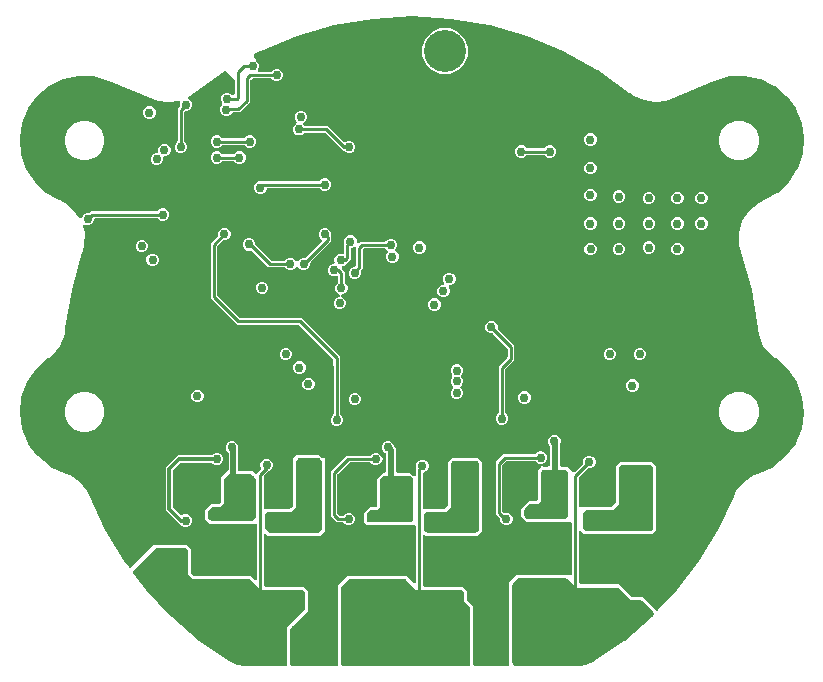
<source format=gbr>
G04 EAGLE Gerber RS-274X export*
G75*
%MOMM*%
%FSLAX34Y34*%
%LPD*%
%INCopper Layer 14*%
%IPPOS*%
%AMOC8*
5,1,8,0,0,1.08239X$1,22.5*%
G01*
G04 Define Apertures*
%ADD10C,3.556000*%
%ADD11C,0.756400*%
%ADD12C,0.254000*%
%ADD13C,0.508000*%
%ADD14C,0.304800*%
G36*
X-157970Y-148489D02*
X-158466Y-148590D01*
X-319339Y-148590D01*
X-319985Y-148413D01*
X-320360Y-148075D01*
X-324936Y-141879D01*
X-325089Y-141607D01*
X-330102Y-129391D01*
X-330184Y-129089D01*
X-332061Y-116019D01*
X-332067Y-115707D01*
X-330695Y-102574D01*
X-330624Y-102269D01*
X-326086Y-89869D01*
X-325943Y-89591D01*
X-318514Y-78676D01*
X-318308Y-78441D01*
X-308437Y-69670D01*
X-308314Y-69574D01*
X-307423Y-68960D01*
X-304127Y-66690D01*
X-297734Y-58783D01*
X-293850Y-49387D01*
X-293452Y-45586D01*
X-293321Y-44330D01*
X-293312Y-44259D01*
X-288014Y-11562D01*
X-287983Y-11422D01*
X-279037Y20471D01*
X-279016Y20540D01*
X-278762Y21281D01*
X-277289Y25583D01*
X-276988Y36240D01*
X-278623Y42075D01*
X-278669Y42368D01*
X-278589Y42867D01*
X-278320Y43294D01*
X-277905Y43584D01*
X-277411Y43688D01*
X-276914Y43591D01*
X-275375Y42954D01*
X-273265Y42954D01*
X-271314Y43762D01*
X-269822Y45254D01*
X-269014Y47205D01*
X-269014Y48006D01*
X-268929Y48464D01*
X-268656Y48890D01*
X-268239Y49175D01*
X-267744Y49276D01*
X-216056Y49276D01*
X-215579Y49183D01*
X-215158Y48904D01*
X-213826Y47572D01*
X-211876Y46764D01*
X-209765Y46764D01*
X-207814Y47572D01*
X-206322Y49064D01*
X-205514Y51015D01*
X-205514Y53126D01*
X-206322Y55076D01*
X-207814Y56568D01*
X-209765Y57376D01*
X-211876Y57376D01*
X-213826Y56568D01*
X-215158Y55236D01*
X-215561Y54965D01*
X-216056Y54864D01*
X-271667Y54864D01*
X-272593Y53938D01*
X-272996Y53667D01*
X-273491Y53566D01*
X-275376Y53566D01*
X-277326Y52758D01*
X-278818Y51266D01*
X-279504Y49609D01*
X-279954Y49052D01*
X-280418Y48852D01*
X-280923Y48849D01*
X-281390Y49043D01*
X-281744Y49405D01*
X-285662Y55452D01*
X-293855Y62274D01*
X-298181Y64066D01*
X-298319Y64133D01*
X-309584Y70486D01*
X-309831Y70668D01*
X-319248Y79533D01*
X-319444Y79768D01*
X-326466Y90629D01*
X-326601Y90905D01*
X-330819Y103131D01*
X-330884Y103430D01*
X-332054Y116311D01*
X-332045Y116617D01*
X-330099Y129403D01*
X-330017Y129698D01*
X-325067Y141647D01*
X-324917Y141914D01*
X-317252Y152331D01*
X-317042Y152554D01*
X-307106Y160834D01*
X-306849Y161000D01*
X-295221Y166662D01*
X-294931Y166762D01*
X-282286Y169477D01*
X-281981Y169504D01*
X-269053Y169114D01*
X-268750Y169068D01*
X-256292Y165595D01*
X-256147Y165545D01*
X-219076Y150189D01*
X-215128Y148554D01*
X-205788Y147371D01*
X-197750Y148511D01*
X-197123Y148442D01*
X-196695Y148173D01*
X-196406Y147758D01*
X-196301Y147264D01*
X-196398Y146768D01*
X-196606Y146265D01*
X-196606Y144381D01*
X-196699Y143904D01*
X-196978Y143483D01*
X-198374Y142087D01*
X-198374Y114456D01*
X-198467Y113979D01*
X-198746Y113558D01*
X-200078Y112226D01*
X-200886Y110276D01*
X-200886Y108165D01*
X-200078Y106214D01*
X-198586Y104722D01*
X-196636Y103914D01*
X-194525Y103914D01*
X-192574Y104722D01*
X-191082Y106214D01*
X-190274Y108165D01*
X-190274Y110276D01*
X-191082Y112226D01*
X-192414Y113558D01*
X-192685Y113961D01*
X-192786Y114456D01*
X-192786Y138634D01*
X-192701Y139091D01*
X-192428Y139517D01*
X-192011Y139803D01*
X-191516Y139904D01*
X-190245Y139904D01*
X-188295Y140711D01*
X-186802Y142204D01*
X-185994Y144154D01*
X-185994Y146265D01*
X-186802Y148215D01*
X-188295Y149708D01*
X-188492Y149790D01*
X-188854Y150017D01*
X-189155Y150423D01*
X-189275Y150914D01*
X-189194Y151412D01*
X-188924Y151840D01*
X-188509Y152129D01*
X-187825Y152425D01*
X-184421Y155145D01*
X-184148Y155364D01*
X-184091Y155407D01*
X-158554Y173567D01*
X-158332Y173693D01*
X-157838Y173802D01*
X-157341Y173709D01*
X-156920Y173430D01*
X-150486Y166996D01*
X-150215Y166593D01*
X-150114Y166098D01*
X-150114Y154348D01*
X-150192Y153909D01*
X-150458Y153479D01*
X-150870Y153186D01*
X-151364Y153078D01*
X-151861Y153171D01*
X-152282Y153450D01*
X-153402Y154570D01*
X-155353Y155378D01*
X-157464Y155378D01*
X-159414Y154570D01*
X-160906Y153078D01*
X-161714Y151127D01*
X-161714Y149016D01*
X-160906Y147066D01*
X-160661Y146821D01*
X-160397Y146437D01*
X-160289Y145943D01*
X-160382Y145446D01*
X-160661Y145025D01*
X-161696Y143990D01*
X-162504Y142039D01*
X-162504Y139928D01*
X-161696Y137978D01*
X-160203Y136486D01*
X-158253Y135678D01*
X-156142Y135678D01*
X-154192Y136486D01*
X-152575Y138103D01*
X-152512Y138199D01*
X-152095Y138485D01*
X-151599Y138586D01*
X-145753Y138586D01*
X-136906Y147433D01*
X-136906Y165132D01*
X-136869Y165438D01*
X-136652Y165894D01*
X-136274Y166230D01*
X-136037Y166310D01*
X-136042Y166321D01*
X-135904Y166375D01*
X-135826Y166434D01*
X-135246Y167014D01*
X-134843Y167285D01*
X-134348Y167386D01*
X-119536Y167386D01*
X-119059Y167293D01*
X-118638Y167014D01*
X-117306Y165682D01*
X-115356Y164874D01*
X-113245Y164874D01*
X-111294Y165682D01*
X-109802Y167174D01*
X-108994Y169125D01*
X-108994Y171236D01*
X-109802Y173186D01*
X-111294Y174678D01*
X-113245Y175486D01*
X-115356Y175486D01*
X-117306Y174678D01*
X-118638Y173346D01*
X-119041Y173075D01*
X-119536Y172974D01*
X-128975Y172974D01*
X-129423Y173056D01*
X-129851Y173325D01*
X-130141Y173739D01*
X-130245Y174234D01*
X-130148Y174730D01*
X-129314Y176745D01*
X-129314Y178856D01*
X-130122Y180806D01*
X-131708Y182392D01*
X-131979Y182795D01*
X-132080Y183290D01*
X-132080Y184070D01*
X-132089Y184141D01*
X-132144Y184214D01*
X-133655Y185725D01*
X-133848Y185973D01*
X-134015Y186450D01*
X-133983Y186954D01*
X-133757Y187406D01*
X-133372Y187734D01*
X-128231Y190582D01*
X-128102Y190644D01*
X-97635Y203288D01*
X-97500Y203335D01*
X-65807Y212482D01*
X-65667Y212514D01*
X-33148Y218049D01*
X-33006Y218065D01*
X-71Y219918D01*
X71Y219918D01*
X33006Y218065D01*
X33148Y218049D01*
X65667Y212514D01*
X65807Y212482D01*
X97500Y203335D01*
X97635Y203288D01*
X128102Y190644D01*
X128231Y190582D01*
X157088Y174600D01*
X157208Y174524D01*
X184091Y155407D01*
X184148Y155364D01*
X184421Y155145D01*
X187824Y152425D01*
X196467Y148693D01*
X205788Y147371D01*
X215128Y148554D01*
X219076Y150189D01*
X256147Y165545D01*
X256292Y165595D01*
X268750Y169068D01*
X269053Y169114D01*
X281981Y169504D01*
X282286Y169477D01*
X294931Y166762D01*
X295221Y166662D01*
X306849Y161000D01*
X307106Y160834D01*
X317042Y152554D01*
X317252Y152331D01*
X324917Y141914D01*
X325067Y141647D01*
X330017Y129698D01*
X330099Y129403D01*
X332045Y116617D01*
X332054Y116311D01*
X330884Y103430D01*
X330819Y103131D01*
X326601Y90905D01*
X326466Y90629D01*
X319444Y79768D01*
X319248Y79533D01*
X309831Y70668D01*
X309584Y70486D01*
X298319Y64133D01*
X298181Y64066D01*
X293855Y62274D01*
X285662Y55452D01*
X279865Y46505D01*
X276988Y36240D01*
X277289Y25583D01*
X278762Y21281D01*
X279016Y20540D01*
X279037Y20471D01*
X287983Y-11422D01*
X288014Y-11562D01*
X293312Y-44259D01*
X293321Y-44330D01*
X293452Y-45586D01*
X293850Y-49387D01*
X297734Y-58783D01*
X304127Y-66690D01*
X307423Y-68960D01*
X308314Y-69574D01*
X308437Y-69670D01*
X318308Y-78441D01*
X318514Y-78676D01*
X325943Y-89591D01*
X326086Y-89869D01*
X330624Y-102269D01*
X330695Y-102574D01*
X332067Y-115707D01*
X332061Y-116019D01*
X330184Y-129089D01*
X330102Y-129391D01*
X325089Y-141607D01*
X324936Y-141879D01*
X320360Y-148075D01*
X319834Y-148489D01*
X319339Y-148590D01*
X126768Y-148590D01*
X126310Y-148505D01*
X125884Y-148232D01*
X125599Y-147815D01*
X125498Y-147320D01*
X125498Y-142114D01*
X125595Y-141628D01*
X125956Y-140755D01*
X125956Y-138645D01*
X125148Y-136694D01*
X123656Y-135202D01*
X121706Y-134394D01*
X119595Y-134394D01*
X117644Y-135202D01*
X116152Y-136694D01*
X115344Y-138645D01*
X115344Y-140756D01*
X116152Y-142706D01*
X116998Y-143552D01*
X117269Y-143955D01*
X117370Y-144450D01*
X117370Y-147320D01*
X117285Y-147778D01*
X117012Y-148204D01*
X116595Y-148489D01*
X116100Y-148590D01*
X111074Y-148590D01*
X110588Y-148493D01*
X110275Y-148364D01*
X108165Y-148364D01*
X107852Y-148493D01*
X107366Y-148590D01*
X-12446Y-148590D01*
X-12904Y-148505D01*
X-13330Y-148232D01*
X-13615Y-147815D01*
X-13716Y-147320D01*
X-13716Y-145637D01*
X-14642Y-144711D01*
X-14913Y-144308D01*
X-15014Y-143813D01*
X-15014Y-143725D01*
X-15822Y-141774D01*
X-17314Y-140282D01*
X-19265Y-139474D01*
X-21376Y-139474D01*
X-23326Y-140282D01*
X-24818Y-141774D01*
X-25626Y-143725D01*
X-25626Y-145835D01*
X-25212Y-146834D01*
X-25116Y-147280D01*
X-25201Y-147778D01*
X-25474Y-148204D01*
X-25890Y-148489D01*
X-26386Y-148590D01*
X-145796Y-148590D01*
X-146254Y-148505D01*
X-146680Y-148232D01*
X-146965Y-147815D01*
X-147066Y-147320D01*
X-147066Y-143950D01*
X-147094Y-143813D01*
X-147094Y-143725D01*
X-147902Y-141774D01*
X-149394Y-140282D01*
X-151345Y-139474D01*
X-153456Y-139474D01*
X-155406Y-140282D01*
X-156898Y-141774D01*
X-157706Y-143725D01*
X-157706Y-145835D01*
X-157292Y-146834D01*
X-157196Y-147280D01*
X-157281Y-147778D01*
X-157554Y-148204D01*
X-157970Y-148489D01*
G37*
%LPC*%
G36*
X24256Y171158D02*
X31936Y171158D01*
X39031Y174097D01*
X44461Y179527D01*
X47400Y186622D01*
X47400Y194302D01*
X44461Y201397D01*
X39031Y206827D01*
X31936Y209766D01*
X24256Y209766D01*
X17161Y206827D01*
X11731Y201397D01*
X8792Y194302D01*
X8792Y186622D01*
X11731Y179527D01*
X17161Y174097D01*
X24256Y171158D01*
G37*
G36*
X-223306Y133124D02*
X-221195Y133124D01*
X-219244Y133932D01*
X-217752Y135424D01*
X-216944Y137375D01*
X-216944Y139486D01*
X-217752Y141436D01*
X-219244Y142928D01*
X-221195Y143736D01*
X-223306Y143736D01*
X-225256Y142928D01*
X-226748Y141436D01*
X-227556Y139486D01*
X-227556Y137375D01*
X-226748Y135424D01*
X-225256Y133932D01*
X-223306Y133124D01*
G37*
G36*
X-54144Y103914D02*
X-52033Y103914D01*
X-50082Y104722D01*
X-48590Y106214D01*
X-47782Y108165D01*
X-47782Y110276D01*
X-48590Y112226D01*
X-50082Y113718D01*
X-52033Y114526D01*
X-54144Y114526D01*
X-56205Y113672D01*
X-56381Y113551D01*
X-56875Y113443D01*
X-57372Y113535D01*
X-57793Y113815D01*
X-71111Y127132D01*
X-90124Y127132D01*
X-90601Y127225D01*
X-91022Y127504D01*
X-91547Y128029D01*
X-91806Y128404D01*
X-91918Y128896D01*
X-91830Y129394D01*
X-91554Y129818D01*
X-91135Y130100D01*
X-90898Y130198D01*
X-89406Y131691D01*
X-88598Y133641D01*
X-88598Y135752D01*
X-89406Y137702D01*
X-90898Y139195D01*
X-92848Y140002D01*
X-94959Y140002D01*
X-96909Y139195D01*
X-98402Y137702D01*
X-99210Y135752D01*
X-99210Y133641D01*
X-98402Y131691D01*
X-97717Y131006D01*
X-97458Y130631D01*
X-97346Y130138D01*
X-97434Y129641D01*
X-97710Y129217D01*
X-98129Y128934D01*
X-98366Y128836D01*
X-99858Y127344D01*
X-100666Y125394D01*
X-100666Y123283D01*
X-99858Y121333D01*
X-98366Y119840D01*
X-96416Y119032D01*
X-94305Y119032D01*
X-92355Y119840D01*
X-91022Y121172D01*
X-90620Y121444D01*
X-90124Y121544D01*
X-73952Y121544D01*
X-73475Y121451D01*
X-73054Y121172D01*
X-58303Y106422D01*
X-57847Y106333D01*
X-57426Y106054D01*
X-56094Y104722D01*
X-54144Y103914D01*
G37*
G36*
X273814Y97963D02*
X280514Y97963D01*
X286704Y100527D01*
X291442Y105265D01*
X294006Y111455D01*
X294006Y118155D01*
X291442Y124345D01*
X286704Y129083D01*
X280514Y131647D01*
X273814Y131647D01*
X267624Y129083D01*
X262886Y124345D01*
X260322Y118155D01*
X260322Y111455D01*
X262886Y105265D01*
X267624Y100527D01*
X273814Y97963D01*
G37*
G36*
X-280514Y97963D02*
X-273814Y97963D01*
X-267624Y100527D01*
X-262886Y105265D01*
X-260322Y111455D01*
X-260322Y118155D01*
X-262886Y124345D01*
X-267624Y129083D01*
X-273814Y131647D01*
X-280514Y131647D01*
X-286704Y129083D01*
X-291442Y124345D01*
X-294006Y118155D01*
X-294006Y111455D01*
X-291442Y105265D01*
X-286704Y100527D01*
X-280514Y97963D01*
G37*
G36*
X150075Y110264D02*
X152186Y110264D01*
X154136Y111072D01*
X155628Y112564D01*
X156436Y114515D01*
X156436Y116626D01*
X155628Y118576D01*
X154136Y120068D01*
X152186Y120876D01*
X150075Y120876D01*
X148124Y120068D01*
X146632Y118576D01*
X145824Y116626D01*
X145824Y114515D01*
X146632Y112564D01*
X148124Y111072D01*
X150075Y110264D01*
G37*
G36*
X-166156Y108588D02*
X-164045Y108588D01*
X-162094Y109396D01*
X-160762Y110728D01*
X-160359Y110999D01*
X-159864Y111100D01*
X-142396Y111100D01*
X-141919Y111007D01*
X-141498Y110728D01*
X-140166Y109396D01*
X-138216Y108588D01*
X-136105Y108588D01*
X-134154Y109396D01*
X-132662Y110888D01*
X-131854Y112839D01*
X-131854Y114950D01*
X-132662Y116900D01*
X-134154Y118392D01*
X-136105Y119200D01*
X-138216Y119200D01*
X-140166Y118392D01*
X-141498Y117060D01*
X-141901Y116789D01*
X-142396Y116688D01*
X-159864Y116688D01*
X-160341Y116781D01*
X-160762Y117060D01*
X-162094Y118392D01*
X-164045Y119200D01*
X-166156Y119200D01*
X-168106Y118392D01*
X-169598Y116900D01*
X-170406Y114950D01*
X-170406Y112839D01*
X-169598Y110888D01*
X-168106Y109396D01*
X-166156Y108588D01*
G37*
G36*
X-216956Y93754D02*
X-214845Y93754D01*
X-212894Y94562D01*
X-211402Y96054D01*
X-210594Y98005D01*
X-210594Y100104D01*
X-210509Y100562D01*
X-210236Y100988D01*
X-209819Y101273D01*
X-209324Y101374D01*
X-208495Y101374D01*
X-206544Y102182D01*
X-205052Y103674D01*
X-204244Y105625D01*
X-204244Y107736D01*
X-205052Y109686D01*
X-206544Y111178D01*
X-208495Y111986D01*
X-210606Y111986D01*
X-212556Y111178D01*
X-214048Y109686D01*
X-214856Y107736D01*
X-214856Y105636D01*
X-214941Y105178D01*
X-215214Y104752D01*
X-215631Y104467D01*
X-216126Y104366D01*
X-216956Y104366D01*
X-218906Y103558D01*
X-220398Y102066D01*
X-221206Y100116D01*
X-221206Y98005D01*
X-220398Y96054D01*
X-218906Y94562D01*
X-216956Y93754D01*
G37*
G36*
X91655Y100104D02*
X93766Y100104D01*
X95716Y100912D01*
X97048Y102244D01*
X97451Y102515D01*
X97946Y102616D01*
X111604Y102616D01*
X112081Y102523D01*
X112502Y102244D01*
X113834Y100912D01*
X115785Y100104D01*
X117896Y100104D01*
X119846Y100912D01*
X121338Y102404D01*
X122146Y104355D01*
X122146Y106466D01*
X121338Y108416D01*
X119846Y109908D01*
X117896Y110716D01*
X115785Y110716D01*
X113834Y109908D01*
X112502Y108576D01*
X112099Y108305D01*
X111604Y108204D01*
X97946Y108204D01*
X97469Y108297D01*
X97048Y108576D01*
X95716Y109908D01*
X93766Y110716D01*
X91655Y110716D01*
X89704Y109908D01*
X88212Y108416D01*
X87404Y106466D01*
X87404Y104355D01*
X88212Y102404D01*
X89704Y100912D01*
X91655Y100104D01*
G37*
G36*
X-166156Y95024D02*
X-164045Y95024D01*
X-162094Y95832D01*
X-160762Y97164D01*
X-160359Y97435D01*
X-159864Y97536D01*
X-151286Y97536D01*
X-150809Y97443D01*
X-150388Y97164D01*
X-149056Y95832D01*
X-147106Y95024D01*
X-144995Y95024D01*
X-143044Y95832D01*
X-141552Y97324D01*
X-140744Y99275D01*
X-140744Y101386D01*
X-141552Y103336D01*
X-143044Y104828D01*
X-144995Y105636D01*
X-147106Y105636D01*
X-149056Y104828D01*
X-150388Y103496D01*
X-150791Y103225D01*
X-151286Y103124D01*
X-159864Y103124D01*
X-160341Y103217D01*
X-160762Y103496D01*
X-162094Y104828D01*
X-164045Y105636D01*
X-166156Y105636D01*
X-168106Y104828D01*
X-169598Y103336D01*
X-170406Y101386D01*
X-170406Y99275D01*
X-169598Y97324D01*
X-168106Y95832D01*
X-166156Y95024D01*
G37*
G36*
X150075Y86134D02*
X152186Y86134D01*
X154136Y86942D01*
X155628Y88434D01*
X156436Y90385D01*
X156436Y92496D01*
X155628Y94446D01*
X154136Y95938D01*
X152186Y96746D01*
X150075Y96746D01*
X148124Y95938D01*
X146632Y94446D01*
X145824Y92496D01*
X145824Y90385D01*
X146632Y88434D01*
X148124Y86942D01*
X150075Y86134D01*
G37*
G36*
X-129378Y69624D02*
X-127267Y69624D01*
X-125316Y70432D01*
X-123824Y71924D01*
X-123009Y73892D01*
X-122748Y74290D01*
X-122331Y74575D01*
X-121835Y74676D01*
X-78896Y74676D01*
X-78419Y74583D01*
X-77998Y74304D01*
X-76666Y72972D01*
X-74716Y72164D01*
X-72605Y72164D01*
X-70654Y72972D01*
X-69162Y74464D01*
X-68354Y76415D01*
X-68354Y78526D01*
X-69162Y80476D01*
X-70654Y81968D01*
X-72605Y82776D01*
X-74716Y82776D01*
X-76666Y81968D01*
X-77998Y80636D01*
X-78401Y80365D01*
X-78896Y80264D01*
X-127356Y80264D01*
X-127493Y80236D01*
X-129378Y80236D01*
X-131328Y79428D01*
X-132820Y77936D01*
X-133628Y75986D01*
X-133628Y73875D01*
X-132820Y71924D01*
X-131328Y70432D01*
X-129378Y69624D01*
G37*
G36*
X150075Y63274D02*
X152186Y63274D01*
X154136Y64082D01*
X155628Y65574D01*
X156436Y67525D01*
X156436Y69636D01*
X155628Y71586D01*
X154136Y73078D01*
X152186Y73886D01*
X150075Y73886D01*
X148124Y73078D01*
X146632Y71586D01*
X145824Y69636D01*
X145824Y67525D01*
X146632Y65574D01*
X148124Y64082D01*
X150075Y63274D01*
G37*
G36*
X174205Y62004D02*
X176316Y62004D01*
X178266Y62812D01*
X179758Y64304D01*
X180566Y66255D01*
X180566Y68366D01*
X179758Y70316D01*
X178266Y71808D01*
X176316Y72616D01*
X174205Y72616D01*
X172254Y71808D01*
X170762Y70316D01*
X169954Y68366D01*
X169954Y66255D01*
X170762Y64304D01*
X172254Y62812D01*
X174205Y62004D01*
G37*
G36*
X223735Y60734D02*
X225846Y60734D01*
X227796Y61542D01*
X229288Y63034D01*
X230096Y64985D01*
X230096Y67096D01*
X229288Y69046D01*
X227796Y70538D01*
X225846Y71346D01*
X223735Y71346D01*
X221784Y70538D01*
X220292Y69046D01*
X219484Y67096D01*
X219484Y64985D01*
X220292Y63034D01*
X221784Y61542D01*
X223735Y60734D01*
G37*
G36*
X199605Y60734D02*
X201716Y60734D01*
X203666Y61542D01*
X205158Y63034D01*
X205966Y64985D01*
X205966Y67096D01*
X205158Y69046D01*
X203666Y70538D01*
X201716Y71346D01*
X199605Y71346D01*
X197654Y70538D01*
X196162Y69046D01*
X195354Y67096D01*
X195354Y64985D01*
X196162Y63034D01*
X197654Y61542D01*
X199605Y60734D01*
G37*
G36*
X244055Y60734D02*
X246166Y60734D01*
X248116Y61542D01*
X249608Y63034D01*
X250416Y64985D01*
X250416Y67096D01*
X249608Y69046D01*
X248116Y70538D01*
X246166Y71346D01*
X244055Y71346D01*
X242104Y70538D01*
X240612Y69046D01*
X239804Y67096D01*
X239804Y64985D01*
X240612Y63034D01*
X242104Y61542D01*
X244055Y60734D01*
G37*
G36*
X199605Y39144D02*
X201716Y39144D01*
X203666Y39952D01*
X205158Y41444D01*
X205966Y43395D01*
X205966Y45506D01*
X205158Y47456D01*
X203666Y48948D01*
X201716Y49756D01*
X199605Y49756D01*
X197654Y48948D01*
X196162Y47456D01*
X195354Y45506D01*
X195354Y43395D01*
X196162Y41444D01*
X197654Y39952D01*
X199605Y39144D01*
G37*
G36*
X174205Y39144D02*
X176316Y39144D01*
X178266Y39952D01*
X179758Y41444D01*
X180566Y43395D01*
X180566Y45506D01*
X179758Y47456D01*
X178266Y48948D01*
X176316Y49756D01*
X174205Y49756D01*
X172254Y48948D01*
X170762Y47456D01*
X169954Y45506D01*
X169954Y43395D01*
X170762Y41444D01*
X172254Y39952D01*
X174205Y39144D01*
G37*
G36*
X244055Y39144D02*
X246166Y39144D01*
X248116Y39952D01*
X249608Y41444D01*
X250416Y43395D01*
X250416Y45506D01*
X249608Y47456D01*
X248116Y48948D01*
X246166Y49756D01*
X244055Y49756D01*
X242104Y48948D01*
X240612Y47456D01*
X239804Y45506D01*
X239804Y43395D01*
X240612Y41444D01*
X242104Y39952D01*
X244055Y39144D01*
G37*
G36*
X223735Y39144D02*
X225846Y39144D01*
X227796Y39952D01*
X229288Y41444D01*
X230096Y43395D01*
X230096Y45506D01*
X229288Y47456D01*
X227796Y48948D01*
X225846Y49756D01*
X223735Y49756D01*
X221784Y48948D01*
X220292Y47456D01*
X219484Y45506D01*
X219484Y43395D01*
X220292Y41444D01*
X221784Y39952D01*
X223735Y39144D01*
G37*
G36*
X150075Y39144D02*
X152186Y39144D01*
X154136Y39952D01*
X155628Y41444D01*
X156436Y43395D01*
X156436Y45506D01*
X155628Y47456D01*
X154136Y48948D01*
X152186Y49756D01*
X150075Y49756D01*
X148124Y48948D01*
X146632Y47456D01*
X145824Y45506D01*
X145824Y43395D01*
X146632Y41444D01*
X148124Y39952D01*
X150075Y39144D01*
G37*
G36*
X-103926Y4854D02*
X-101815Y4854D01*
X-99864Y5662D01*
X-98372Y7154D01*
X-98328Y7259D01*
X-98088Y7635D01*
X-97678Y7931D01*
X-97185Y8043D01*
X-96688Y7954D01*
X-96264Y7678D01*
X-95982Y7259D01*
X-95938Y7154D01*
X-94446Y5662D01*
X-92496Y4854D01*
X-90385Y4854D01*
X-88434Y5662D01*
X-86942Y7154D01*
X-86134Y9105D01*
X-86134Y10989D01*
X-86041Y11465D01*
X-85762Y11887D01*
X-68326Y29323D01*
X-68326Y34594D01*
X-68354Y34731D01*
X-68354Y36616D01*
X-69162Y38566D01*
X-70654Y40058D01*
X-72605Y40866D01*
X-74716Y40866D01*
X-76666Y40058D01*
X-78158Y38566D01*
X-78966Y36616D01*
X-78966Y34505D01*
X-78158Y32554D01*
X-76524Y30920D01*
X-76500Y30905D01*
X-76208Y30492D01*
X-76099Y29999D01*
X-76192Y29502D01*
X-76471Y29080D01*
X-89713Y15838D01*
X-90116Y15567D01*
X-90611Y15466D01*
X-92496Y15466D01*
X-94446Y14658D01*
X-95938Y13166D01*
X-95982Y13061D01*
X-96222Y12685D01*
X-96632Y12390D01*
X-97125Y12277D01*
X-97622Y12366D01*
X-98046Y12642D01*
X-98328Y13061D01*
X-98372Y13166D01*
X-99864Y14658D01*
X-101815Y15466D01*
X-103926Y15466D01*
X-105876Y14658D01*
X-107208Y13326D01*
X-107611Y13055D01*
X-108106Y12954D01*
X-118561Y12954D01*
X-119037Y13047D01*
X-119459Y13326D01*
X-132184Y26052D01*
X-132456Y26454D01*
X-132556Y26950D01*
X-132556Y27853D01*
X-133364Y29803D01*
X-134857Y31296D01*
X-136807Y32104D01*
X-138918Y32104D01*
X-140868Y31296D01*
X-142361Y29803D01*
X-143168Y27853D01*
X-143168Y25742D01*
X-142361Y23792D01*
X-140868Y22299D01*
X-138918Y21492D01*
X-136807Y21492D01*
X-136686Y21542D01*
X-136220Y21638D01*
X-135723Y21546D01*
X-135302Y21266D01*
X-121401Y7366D01*
X-108106Y7366D01*
X-107629Y7273D01*
X-107208Y6994D01*
X-105876Y5662D01*
X-103926Y4854D01*
G37*
G36*
X-64556Y-127226D02*
X-62445Y-127226D01*
X-60494Y-126418D01*
X-59002Y-124926D01*
X-58194Y-122976D01*
X-58194Y-120865D01*
X-59002Y-118914D01*
X-60334Y-117582D01*
X-60605Y-117179D01*
X-60706Y-116684D01*
X-60706Y-72842D01*
X-60831Y-72656D01*
X-60932Y-72161D01*
X-60932Y-68057D01*
X-93457Y-35532D01*
X-145411Y-35532D01*
X-145887Y-35439D01*
X-146309Y-35160D01*
X-164474Y-16995D01*
X-164745Y-16592D01*
X-164846Y-16097D01*
X-164846Y24987D01*
X-164753Y25463D01*
X-164474Y25885D01*
X-160477Y29882D01*
X-160074Y30153D01*
X-159579Y30254D01*
X-157695Y30254D01*
X-155744Y31062D01*
X-154252Y32554D01*
X-153444Y34505D01*
X-153444Y36616D01*
X-154252Y38566D01*
X-155744Y40058D01*
X-157695Y40866D01*
X-159806Y40866D01*
X-161756Y40058D01*
X-163248Y38566D01*
X-164056Y36616D01*
X-164056Y34731D01*
X-164149Y34255D01*
X-164428Y33833D01*
X-170434Y27827D01*
X-170434Y-18937D01*
X-148251Y-41120D01*
X-96298Y-41120D01*
X-95821Y-41213D01*
X-95399Y-41492D01*
X-66892Y-69999D01*
X-66621Y-70402D01*
X-66520Y-70898D01*
X-66520Y-75072D01*
X-66395Y-75258D01*
X-66294Y-75753D01*
X-66294Y-116684D01*
X-66387Y-117161D01*
X-66666Y-117582D01*
X-67998Y-118914D01*
X-68806Y-120865D01*
X-68806Y-122976D01*
X-67998Y-124926D01*
X-66506Y-126418D01*
X-64556Y-127226D01*
G37*
G36*
X-62001Y-28152D02*
X-59890Y-28152D01*
X-57940Y-27344D01*
X-56447Y-25851D01*
X-55640Y-23901D01*
X-55640Y-21790D01*
X-56447Y-19840D01*
X-57940Y-18347D01*
X-58997Y-17909D01*
X-59365Y-17676D01*
X-59664Y-17268D01*
X-59781Y-16776D01*
X-59696Y-16278D01*
X-59423Y-15852D01*
X-59007Y-15567D01*
X-58753Y-15515D01*
X-56684Y-14658D01*
X-55192Y-13166D01*
X-54384Y-11216D01*
X-54384Y-9105D01*
X-55192Y-7154D01*
X-56524Y-5822D01*
X-56795Y-5419D01*
X-56896Y-4924D01*
X-56896Y3697D01*
X-59257Y6059D01*
X-59517Y6434D01*
X-59629Y6926D01*
X-59540Y7424D01*
X-59265Y7848D01*
X-58845Y8130D01*
X-57243Y8794D01*
X-55792Y10245D01*
X-55389Y10517D01*
X-55380Y10518D01*
X-51816Y14083D01*
X-51816Y22723D01*
X-51727Y23191D01*
X-51451Y23614D01*
X-51032Y23897D01*
X-49000Y24738D01*
X-48554Y24834D01*
X-48056Y24750D01*
X-47630Y24477D01*
X-47345Y24060D01*
X-47244Y23565D01*
X-47244Y9303D01*
X-47337Y8827D01*
X-47616Y8405D01*
X-47803Y8218D01*
X-48206Y7947D01*
X-48701Y7846D01*
X-49316Y7846D01*
X-51266Y7038D01*
X-52758Y5546D01*
X-53566Y3596D01*
X-53566Y1485D01*
X-52758Y-466D01*
X-51266Y-1958D01*
X-49316Y-2766D01*
X-47205Y-2766D01*
X-45254Y-1958D01*
X-43762Y-466D01*
X-42954Y1485D01*
X-42954Y3595D01*
X-43089Y3921D01*
X-43185Y4387D01*
X-43093Y4884D01*
X-42814Y5305D01*
X-41656Y6463D01*
X-41656Y22380D01*
X-41571Y22838D01*
X-41298Y23264D01*
X-40881Y23549D01*
X-40386Y23650D01*
X-23016Y23650D01*
X-22539Y23557D01*
X-22118Y23278D01*
X-20658Y21819D01*
X-20598Y21779D01*
X-20305Y21367D01*
X-20197Y20874D01*
X-20289Y20377D01*
X-20569Y19955D01*
X-21008Y19516D01*
X-21816Y17566D01*
X-21816Y15455D01*
X-21008Y13504D01*
X-19516Y12012D01*
X-17566Y11204D01*
X-15455Y11204D01*
X-13504Y12012D01*
X-12012Y13504D01*
X-11204Y15455D01*
X-11204Y17566D01*
X-12012Y19516D01*
X-13632Y21135D01*
X-13692Y21175D01*
X-13985Y21587D01*
X-14093Y22081D01*
X-14001Y22577D01*
X-13721Y22999D01*
X-13282Y23438D01*
X-12474Y25389D01*
X-12474Y27500D01*
X-13282Y29450D01*
X-14774Y30942D01*
X-16725Y31750D01*
X-18836Y31750D01*
X-20786Y30942D01*
X-22118Y29610D01*
X-22521Y29339D01*
X-23016Y29238D01*
X-43293Y29238D01*
X-44596Y27935D01*
X-44962Y27680D01*
X-45454Y27564D01*
X-45952Y27649D01*
X-46378Y27921D01*
X-46663Y28338D01*
X-46764Y28833D01*
X-46764Y30266D01*
X-47572Y32216D01*
X-49064Y33708D01*
X-51015Y34516D01*
X-53126Y34516D01*
X-55076Y33708D01*
X-56568Y32216D01*
X-57376Y30266D01*
X-57376Y28381D01*
X-57404Y28238D01*
X-57404Y19758D01*
X-57486Y19309D01*
X-57755Y18881D01*
X-58169Y18592D01*
X-58664Y18488D01*
X-59160Y18584D01*
X-59193Y18598D01*
X-61304Y18598D01*
X-63254Y17790D01*
X-64747Y16298D01*
X-65555Y14348D01*
X-65555Y12237D01*
X-65516Y12142D01*
X-65420Y11696D01*
X-65504Y11198D01*
X-65777Y10772D01*
X-66194Y10487D01*
X-66689Y10386D01*
X-67096Y10386D01*
X-69046Y9578D01*
X-70538Y8086D01*
X-71346Y6136D01*
X-71346Y4025D01*
X-70538Y2074D01*
X-69046Y582D01*
X-67096Y-226D01*
X-64985Y-226D01*
X-64240Y82D01*
X-63794Y178D01*
X-63296Y94D01*
X-62870Y-179D01*
X-62585Y-596D01*
X-62484Y-1091D01*
X-62484Y-4924D01*
X-62577Y-5401D01*
X-62856Y-5822D01*
X-64188Y-7154D01*
X-64996Y-9105D01*
X-64996Y-11216D01*
X-64188Y-13166D01*
X-62696Y-14658D01*
X-61638Y-15096D01*
X-61270Y-15330D01*
X-60971Y-15737D01*
X-60855Y-16229D01*
X-60940Y-16727D01*
X-61212Y-17153D01*
X-61629Y-17439D01*
X-61882Y-17490D01*
X-63951Y-18347D01*
X-65444Y-19840D01*
X-66252Y-21790D01*
X-66252Y-23901D01*
X-65444Y-25851D01*
X-63951Y-27344D01*
X-62001Y-28152D01*
G37*
G36*
X-229656Y20094D02*
X-227545Y20094D01*
X-225594Y20902D01*
X-224102Y22394D01*
X-223294Y24345D01*
X-223294Y26456D01*
X-224102Y28406D01*
X-225594Y29898D01*
X-227545Y30706D01*
X-229656Y30706D01*
X-231606Y29898D01*
X-233098Y28406D01*
X-233906Y26456D01*
X-233906Y24345D01*
X-233098Y22394D01*
X-231606Y20902D01*
X-229656Y20094D01*
G37*
G36*
X199605Y18824D02*
X201716Y18824D01*
X203666Y19632D01*
X205158Y21124D01*
X205966Y23075D01*
X205966Y25186D01*
X205158Y27136D01*
X203666Y28628D01*
X201716Y29436D01*
X199605Y29436D01*
X197654Y28628D01*
X196162Y27136D01*
X195354Y25186D01*
X195354Y23075D01*
X196162Y21124D01*
X197654Y19632D01*
X199605Y18824D01*
G37*
G36*
X5295Y18824D02*
X7406Y18824D01*
X9356Y19632D01*
X10848Y21124D01*
X11656Y23075D01*
X11656Y25186D01*
X10848Y27136D01*
X9356Y28628D01*
X7406Y29436D01*
X5295Y29436D01*
X3344Y28628D01*
X1852Y27136D01*
X1044Y25186D01*
X1044Y23075D01*
X1852Y21124D01*
X3344Y19632D01*
X5295Y18824D01*
G37*
G36*
X174205Y17554D02*
X176316Y17554D01*
X178266Y18362D01*
X179758Y19854D01*
X180566Y21805D01*
X180566Y23916D01*
X179758Y25866D01*
X178266Y27358D01*
X176316Y28166D01*
X174205Y28166D01*
X172254Y27358D01*
X170762Y25866D01*
X169954Y23916D01*
X169954Y21805D01*
X170762Y19854D01*
X172254Y18362D01*
X174205Y17554D01*
G37*
G36*
X150301Y17554D02*
X152412Y17554D01*
X154362Y18362D01*
X155854Y19854D01*
X156662Y21805D01*
X156662Y23916D01*
X155854Y25866D01*
X154362Y27358D01*
X152412Y28166D01*
X150301Y28166D01*
X148350Y27358D01*
X146858Y25866D01*
X146050Y23916D01*
X146050Y21805D01*
X146858Y19854D01*
X148350Y18362D01*
X150301Y17554D01*
G37*
G36*
X223735Y17554D02*
X225846Y17554D01*
X227796Y18362D01*
X229288Y19854D01*
X230096Y21805D01*
X230096Y23916D01*
X229288Y25866D01*
X227796Y27358D01*
X225846Y28166D01*
X223735Y28166D01*
X221784Y27358D01*
X220292Y25866D01*
X219484Y23916D01*
X219484Y21805D01*
X220292Y19854D01*
X221784Y18362D01*
X223735Y17554D01*
G37*
G36*
X-220561Y8459D02*
X-218450Y8459D01*
X-216499Y9267D01*
X-215007Y10759D01*
X-214199Y12710D01*
X-214199Y14821D01*
X-215007Y16771D01*
X-216499Y18263D01*
X-218450Y19071D01*
X-220561Y19071D01*
X-222511Y18263D01*
X-224003Y16771D01*
X-224811Y14821D01*
X-224811Y12710D01*
X-224003Y10759D01*
X-222511Y9267D01*
X-220561Y8459D01*
G37*
G36*
X25615Y-18006D02*
X27726Y-18006D01*
X29676Y-17198D01*
X31168Y-15706D01*
X31976Y-13756D01*
X31976Y-11645D01*
X31098Y-9526D01*
X31002Y-9080D01*
X31087Y-8582D01*
X31359Y-8156D01*
X31776Y-7870D01*
X32272Y-7770D01*
X32729Y-7770D01*
X34679Y-6962D01*
X36172Y-5469D01*
X36980Y-3519D01*
X36980Y-1408D01*
X36172Y542D01*
X34679Y2035D01*
X32729Y2842D01*
X30618Y2842D01*
X28668Y2035D01*
X27176Y542D01*
X26368Y-1408D01*
X26368Y-3519D01*
X27245Y-5638D01*
X27341Y-6084D01*
X27257Y-6582D01*
X26984Y-7008D01*
X26567Y-7293D01*
X26072Y-7394D01*
X25615Y-7394D01*
X23664Y-8202D01*
X22172Y-9694D01*
X21364Y-11645D01*
X21364Y-13756D01*
X22172Y-15706D01*
X23664Y-17198D01*
X25615Y-18006D01*
G37*
G36*
X-127851Y-15261D02*
X-125740Y-15261D01*
X-123789Y-14453D01*
X-122297Y-12961D01*
X-121489Y-11011D01*
X-121489Y-8900D01*
X-122297Y-6949D01*
X-123789Y-5457D01*
X-125740Y-4649D01*
X-127851Y-4649D01*
X-129801Y-5457D01*
X-131293Y-6949D01*
X-132101Y-8900D01*
X-132101Y-11011D01*
X-131293Y-12961D01*
X-129801Y-14453D01*
X-127851Y-15261D01*
G37*
G36*
X17995Y-29436D02*
X20106Y-29436D01*
X22056Y-28628D01*
X23548Y-27136D01*
X24356Y-25186D01*
X24356Y-23075D01*
X23548Y-21124D01*
X22056Y-19632D01*
X20106Y-18824D01*
X17995Y-18824D01*
X16044Y-19632D01*
X14552Y-21124D01*
X13744Y-23075D01*
X13744Y-25186D01*
X14552Y-27136D01*
X16044Y-28628D01*
X17995Y-29436D01*
G37*
G36*
X75145Y-125956D02*
X77256Y-125956D01*
X79206Y-125148D01*
X80698Y-123656D01*
X81506Y-121706D01*
X81506Y-119595D01*
X80698Y-117644D01*
X79366Y-116312D01*
X79095Y-115909D01*
X78994Y-115414D01*
X78994Y-79153D01*
X79087Y-78677D01*
X79366Y-78255D01*
X86614Y-71007D01*
X86614Y-58533D01*
X72988Y-44907D01*
X72717Y-44504D01*
X72616Y-44009D01*
X72616Y-42125D01*
X71808Y-40174D01*
X70316Y-38682D01*
X68366Y-37874D01*
X66255Y-37874D01*
X64304Y-38682D01*
X62812Y-40174D01*
X62004Y-42125D01*
X62004Y-44236D01*
X62812Y-46186D01*
X64304Y-47678D01*
X66255Y-48486D01*
X68139Y-48486D01*
X68615Y-48579D01*
X69037Y-48858D01*
X80654Y-60475D01*
X80925Y-60878D01*
X81026Y-61373D01*
X81026Y-68167D01*
X80933Y-68643D01*
X80654Y-69065D01*
X73406Y-76313D01*
X73406Y-115414D01*
X73313Y-115891D01*
X73034Y-116312D01*
X71702Y-117644D01*
X70894Y-119595D01*
X70894Y-121706D01*
X71702Y-123656D01*
X73194Y-125148D01*
X75145Y-125956D01*
G37*
G36*
X191985Y-71346D02*
X194096Y-71346D01*
X196046Y-70538D01*
X197538Y-69046D01*
X198346Y-67096D01*
X198346Y-64985D01*
X197538Y-63034D01*
X196046Y-61542D01*
X194096Y-60734D01*
X191985Y-60734D01*
X190034Y-61542D01*
X188542Y-63034D01*
X187734Y-64985D01*
X187734Y-67096D01*
X188542Y-69046D01*
X190034Y-70538D01*
X191985Y-71346D01*
G37*
G36*
X166585Y-71346D02*
X168696Y-71346D01*
X170646Y-70538D01*
X172138Y-69046D01*
X172946Y-67096D01*
X172946Y-64985D01*
X172138Y-63034D01*
X170646Y-61542D01*
X168696Y-60734D01*
X166585Y-60734D01*
X164634Y-61542D01*
X163142Y-63034D01*
X162334Y-64985D01*
X162334Y-67096D01*
X163142Y-69046D01*
X164634Y-70538D01*
X166585Y-71346D01*
G37*
G36*
X-107736Y-71346D02*
X-105625Y-71346D01*
X-103674Y-70538D01*
X-102182Y-69046D01*
X-101374Y-67096D01*
X-101374Y-64985D01*
X-102182Y-63034D01*
X-103674Y-61542D01*
X-105625Y-60734D01*
X-107736Y-60734D01*
X-109686Y-61542D01*
X-111178Y-63034D01*
X-111986Y-64985D01*
X-111986Y-67096D01*
X-111178Y-69046D01*
X-109686Y-70538D01*
X-107736Y-71346D01*
G37*
G36*
X-96306Y-82776D02*
X-94195Y-82776D01*
X-92244Y-81968D01*
X-90752Y-80476D01*
X-89944Y-78526D01*
X-89944Y-76415D01*
X-90752Y-74464D01*
X-92244Y-72972D01*
X-94195Y-72164D01*
X-96306Y-72164D01*
X-98256Y-72972D01*
X-99748Y-74464D01*
X-100556Y-76415D01*
X-100556Y-78526D01*
X-99748Y-80476D01*
X-98256Y-81968D01*
X-96306Y-82776D01*
G37*
G36*
X37045Y-104366D02*
X39156Y-104366D01*
X41106Y-103558D01*
X42598Y-102066D01*
X43406Y-100116D01*
X43406Y-98005D01*
X42598Y-96054D01*
X41422Y-94878D01*
X41159Y-94494D01*
X41050Y-94000D01*
X41143Y-93503D01*
X41422Y-93082D01*
X42598Y-91906D01*
X43406Y-89956D01*
X43406Y-87845D01*
X42598Y-85894D01*
X42057Y-85353D01*
X41794Y-84969D01*
X41685Y-84475D01*
X41778Y-83978D01*
X42057Y-83557D01*
X42598Y-83016D01*
X43406Y-81066D01*
X43406Y-78955D01*
X42598Y-77004D01*
X41106Y-75512D01*
X39156Y-74704D01*
X37045Y-74704D01*
X35094Y-75512D01*
X33602Y-77004D01*
X32794Y-78955D01*
X32794Y-81066D01*
X33602Y-83016D01*
X34143Y-83557D01*
X34407Y-83941D01*
X34515Y-84435D01*
X34422Y-84932D01*
X34143Y-85353D01*
X33602Y-85894D01*
X32794Y-87845D01*
X32794Y-89956D01*
X33602Y-91906D01*
X34778Y-93082D01*
X35042Y-93466D01*
X35150Y-93960D01*
X35057Y-94457D01*
X34778Y-94878D01*
X33602Y-96054D01*
X32794Y-98005D01*
X32794Y-100116D01*
X33602Y-102066D01*
X35094Y-103558D01*
X37045Y-104366D01*
G37*
G36*
X-88686Y-96746D02*
X-86575Y-96746D01*
X-84624Y-95938D01*
X-83132Y-94446D01*
X-82324Y-92496D01*
X-82324Y-90385D01*
X-83132Y-88434D01*
X-84624Y-86942D01*
X-86575Y-86134D01*
X-88686Y-86134D01*
X-90636Y-86942D01*
X-92128Y-88434D01*
X-92936Y-90385D01*
X-92936Y-92496D01*
X-92128Y-94446D01*
X-90636Y-95938D01*
X-88686Y-96746D01*
G37*
G36*
X185635Y-98016D02*
X187746Y-98016D01*
X189696Y-97208D01*
X191188Y-95716D01*
X191996Y-93766D01*
X191996Y-91655D01*
X191188Y-89704D01*
X189696Y-88212D01*
X187746Y-87404D01*
X185635Y-87404D01*
X183684Y-88212D01*
X182192Y-89704D01*
X181384Y-91655D01*
X181384Y-93766D01*
X182192Y-95716D01*
X183684Y-97208D01*
X185635Y-98016D01*
G37*
G36*
X-182666Y-106906D02*
X-180555Y-106906D01*
X-178604Y-106098D01*
X-177112Y-104606D01*
X-176304Y-102656D01*
X-176304Y-100545D01*
X-177112Y-98594D01*
X-178604Y-97102D01*
X-180555Y-96294D01*
X-182666Y-96294D01*
X-184616Y-97102D01*
X-186108Y-98594D01*
X-186916Y-100545D01*
X-186916Y-102656D01*
X-186108Y-104606D01*
X-184616Y-106098D01*
X-182666Y-106906D01*
G37*
G36*
X94195Y-108176D02*
X96306Y-108176D01*
X98256Y-107368D01*
X99748Y-105876D01*
X100556Y-103926D01*
X100556Y-101815D01*
X99748Y-99864D01*
X98256Y-98372D01*
X96306Y-97564D01*
X94195Y-97564D01*
X92244Y-98372D01*
X90752Y-99864D01*
X89944Y-101815D01*
X89944Y-103926D01*
X90752Y-105876D01*
X92244Y-107368D01*
X94195Y-108176D01*
G37*
G36*
X273814Y-131647D02*
X280514Y-131647D01*
X286704Y-129083D01*
X291442Y-124345D01*
X294006Y-118155D01*
X294006Y-111455D01*
X291442Y-105265D01*
X286704Y-100527D01*
X280514Y-97963D01*
X273814Y-97963D01*
X267624Y-100527D01*
X262886Y-105265D01*
X260322Y-111455D01*
X260322Y-118155D01*
X262886Y-124345D01*
X267624Y-129083D01*
X273814Y-131647D01*
G37*
G36*
X-280514Y-131647D02*
X-273814Y-131647D01*
X-267624Y-129083D01*
X-262886Y-124345D01*
X-260322Y-118155D01*
X-260322Y-111455D01*
X-262886Y-105265D01*
X-267624Y-100527D01*
X-273814Y-97963D01*
X-280514Y-97963D01*
X-286704Y-100527D01*
X-291442Y-105265D01*
X-294006Y-111455D01*
X-294006Y-118155D01*
X-291442Y-124345D01*
X-286704Y-129083D01*
X-280514Y-131647D01*
G37*
G36*
X-49316Y-109446D02*
X-47205Y-109446D01*
X-45254Y-108638D01*
X-43762Y-107146D01*
X-42954Y-105196D01*
X-42954Y-103085D01*
X-43762Y-101134D01*
X-45254Y-99642D01*
X-47205Y-98834D01*
X-49316Y-98834D01*
X-51266Y-99642D01*
X-52758Y-101134D01*
X-53566Y-103085D01*
X-53566Y-105196D01*
X-52758Y-107146D01*
X-51266Y-108638D01*
X-49316Y-109446D01*
G37*
%LPD*%
G36*
X81775Y-329819D02*
X81280Y-329920D01*
X53340Y-329920D01*
X52882Y-329835D01*
X52456Y-329562D01*
X52171Y-329145D01*
X52070Y-328650D01*
X52070Y-279490D01*
X52057Y-279400D01*
X52013Y-279343D01*
X47362Y-274692D01*
X47091Y-274289D01*
X46990Y-273794D01*
X46990Y-266790D01*
X46977Y-266700D01*
X46933Y-266643D01*
X43244Y-262954D01*
X43171Y-262899D01*
X43100Y-262890D01*
X10414Y-262890D01*
X9956Y-262805D01*
X9530Y-262532D01*
X9245Y-262115D01*
X9144Y-261620D01*
X9144Y-220490D01*
X9222Y-220051D01*
X9488Y-219621D01*
X9900Y-219329D01*
X10394Y-219220D01*
X10891Y-219313D01*
X11312Y-219592D01*
X11366Y-219646D01*
X11439Y-219701D01*
X11510Y-219710D01*
X55790Y-219710D01*
X55880Y-219697D01*
X55937Y-219653D01*
X59626Y-215964D01*
X59681Y-215891D01*
X59690Y-215820D01*
X59690Y-144780D01*
X59775Y-144322D01*
X60048Y-143896D01*
X60465Y-143611D01*
X60960Y-143510D01*
X116100Y-143510D01*
X116558Y-143595D01*
X116984Y-143868D01*
X117269Y-144285D01*
X117370Y-144780D01*
X117370Y-158964D01*
X117277Y-159441D01*
X116998Y-159862D01*
X115942Y-160918D01*
X115539Y-161189D01*
X115044Y-161290D01*
X111074Y-161290D01*
X110644Y-161215D01*
X110212Y-160953D01*
X109916Y-160543D01*
X109804Y-160050D01*
X109893Y-159553D01*
X110169Y-159129D01*
X110588Y-158847D01*
X112226Y-158168D01*
X113718Y-156676D01*
X114526Y-154726D01*
X114526Y-152615D01*
X113718Y-150664D01*
X112226Y-149172D01*
X110276Y-148364D01*
X108165Y-148364D01*
X106214Y-149172D01*
X104882Y-150504D01*
X104479Y-150775D01*
X103984Y-150876D01*
X77583Y-150876D01*
X70866Y-157593D01*
X70866Y-201817D01*
X74332Y-205283D01*
X74603Y-205686D01*
X74704Y-206181D01*
X74704Y-206796D01*
X75512Y-208746D01*
X77004Y-210238D01*
X78955Y-211046D01*
X81066Y-211046D01*
X83016Y-210238D01*
X84508Y-208746D01*
X85316Y-206796D01*
X85316Y-204685D01*
X84508Y-202734D01*
X83016Y-201242D01*
X81066Y-200434D01*
X78955Y-200434D01*
X78629Y-200569D01*
X78163Y-200665D01*
X77666Y-200573D01*
X77245Y-200294D01*
X76826Y-199875D01*
X76555Y-199472D01*
X76454Y-198977D01*
X76454Y-160433D01*
X76547Y-159957D01*
X76826Y-159535D01*
X79525Y-156836D01*
X79928Y-156565D01*
X80423Y-156464D01*
X103984Y-156464D01*
X104461Y-156557D01*
X104882Y-156836D01*
X106214Y-158168D01*
X108165Y-158976D01*
X108510Y-158976D01*
X109095Y-159119D01*
X109488Y-159436D01*
X109727Y-159882D01*
X109773Y-160385D01*
X109618Y-160866D01*
X109289Y-161249D01*
X109164Y-161346D01*
X106744Y-163766D01*
X106689Y-163839D01*
X106680Y-163910D01*
X106680Y-188704D01*
X106587Y-189181D01*
X106308Y-189602D01*
X105782Y-190128D01*
X105379Y-190399D01*
X104884Y-190500D01*
X99150Y-190500D01*
X99060Y-190513D01*
X99003Y-190557D01*
X92774Y-196786D01*
X92719Y-196859D01*
X92710Y-196930D01*
X92710Y-203110D01*
X92723Y-203200D01*
X92767Y-203257D01*
X97726Y-208216D01*
X97799Y-208271D01*
X97870Y-208280D01*
X134366Y-208280D01*
X134824Y-208365D01*
X135250Y-208638D01*
X135535Y-209055D01*
X135636Y-209550D01*
X135636Y-251950D01*
X135558Y-252389D01*
X135292Y-252819D01*
X134880Y-253111D01*
X134386Y-253220D01*
X133889Y-253127D01*
X133468Y-252848D01*
X133414Y-252794D01*
X133341Y-252739D01*
X133270Y-252730D01*
X88990Y-252730D01*
X88900Y-252743D01*
X88843Y-252787D01*
X82614Y-259016D01*
X82559Y-259089D01*
X82550Y-259160D01*
X82550Y-328650D01*
X82465Y-329108D01*
X82192Y-329534D01*
X81775Y-329819D01*
G37*
G36*
X-63005Y-329819D02*
X-63500Y-329920D01*
X-101600Y-329920D01*
X-102058Y-329835D01*
X-102484Y-329562D01*
X-102769Y-329145D01*
X-102870Y-328650D01*
X-102870Y-298976D01*
X-102777Y-298499D01*
X-102498Y-298078D01*
X-87694Y-283274D01*
X-87639Y-283201D01*
X-87630Y-283130D01*
X-87630Y-266790D01*
X-87643Y-266700D01*
X-87687Y-266643D01*
X-91376Y-262954D01*
X-91449Y-262899D01*
X-91520Y-262890D01*
X-124206Y-262890D01*
X-124664Y-262805D01*
X-125090Y-262532D01*
X-125375Y-262115D01*
X-125476Y-261620D01*
X-125476Y-219220D01*
X-125398Y-218781D01*
X-125132Y-218351D01*
X-124720Y-218059D01*
X-124226Y-217950D01*
X-123729Y-218043D01*
X-123308Y-218322D01*
X-121984Y-219646D01*
X-121911Y-219701D01*
X-121840Y-219710D01*
X-77560Y-219710D01*
X-77470Y-219697D01*
X-77413Y-219653D01*
X-73724Y-215964D01*
X-73669Y-215891D01*
X-73660Y-215820D01*
X-73660Y-149116D01*
X-73567Y-148639D01*
X-73288Y-148218D01*
X-68952Y-143882D01*
X-68549Y-143611D01*
X-68054Y-143510D01*
X-26896Y-143510D01*
X-26438Y-143595D01*
X-26012Y-143868D01*
X-25727Y-144285D01*
X-25626Y-144780D01*
X-25626Y-145836D01*
X-24818Y-147786D01*
X-23232Y-149372D01*
X-22961Y-149775D01*
X-22860Y-150270D01*
X-22860Y-153086D01*
X-22935Y-153516D01*
X-23197Y-153948D01*
X-23607Y-154244D01*
X-24100Y-154356D01*
X-24597Y-154267D01*
X-25021Y-153991D01*
X-25303Y-153572D01*
X-25982Y-151934D01*
X-27474Y-150442D01*
X-29425Y-149634D01*
X-31536Y-149634D01*
X-33486Y-150442D01*
X-34818Y-151774D01*
X-35221Y-152045D01*
X-35716Y-152146D01*
X-55357Y-152146D01*
X-68834Y-165623D01*
X-68834Y-203087D01*
X-63387Y-208534D01*
X-58576Y-208534D01*
X-58099Y-208627D01*
X-57678Y-208906D01*
X-56346Y-210238D01*
X-54396Y-211046D01*
X-52285Y-211046D01*
X-50334Y-210238D01*
X-48842Y-208746D01*
X-48034Y-206796D01*
X-48034Y-204685D01*
X-48842Y-202734D01*
X-50334Y-201242D01*
X-52285Y-200434D01*
X-54396Y-200434D01*
X-56346Y-201242D01*
X-57678Y-202574D01*
X-58081Y-202845D01*
X-58576Y-202946D01*
X-60547Y-202946D01*
X-61023Y-202853D01*
X-61445Y-202574D01*
X-62874Y-201145D01*
X-63145Y-200742D01*
X-63246Y-200247D01*
X-63246Y-168463D01*
X-63153Y-167987D01*
X-62874Y-167565D01*
X-53415Y-158106D01*
X-53012Y-157835D01*
X-52517Y-157734D01*
X-35716Y-157734D01*
X-35239Y-157827D01*
X-34818Y-158106D01*
X-33486Y-159438D01*
X-31536Y-160246D01*
X-29425Y-160246D01*
X-27474Y-159438D01*
X-25982Y-157946D01*
X-25303Y-156308D01*
X-25070Y-155940D01*
X-24662Y-155641D01*
X-24170Y-155524D01*
X-23672Y-155609D01*
X-23246Y-155881D01*
X-22961Y-156298D01*
X-22860Y-156794D01*
X-22860Y-164574D01*
X-22953Y-165051D01*
X-23232Y-165472D01*
X-29146Y-171386D01*
X-29201Y-171459D01*
X-29210Y-171530D01*
X-29210Y-193784D01*
X-29303Y-194261D01*
X-29582Y-194682D01*
X-30108Y-195208D01*
X-30511Y-195479D01*
X-31006Y-195580D01*
X-35470Y-195580D01*
X-35560Y-195593D01*
X-35617Y-195637D01*
X-40576Y-200596D01*
X-40631Y-200669D01*
X-40640Y-200740D01*
X-40640Y-208190D01*
X-40627Y-208280D01*
X-40583Y-208337D01*
X-38164Y-210756D01*
X-38091Y-210811D01*
X-38020Y-210820D01*
X2286Y-210820D01*
X2744Y-210905D01*
X3170Y-211178D01*
X3455Y-211595D01*
X3556Y-212090D01*
X3556Y-258300D01*
X3478Y-258739D01*
X3212Y-259169D01*
X2800Y-259461D01*
X2306Y-259570D01*
X1809Y-259477D01*
X1388Y-259198D01*
X-3746Y-254064D01*
X-3819Y-254009D01*
X-3890Y-254000D01*
X-54520Y-254000D01*
X-54610Y-254013D01*
X-54667Y-254057D01*
X-62166Y-261556D01*
X-62221Y-261629D01*
X-62230Y-261700D01*
X-62230Y-328650D01*
X-62315Y-329108D01*
X-62588Y-329534D01*
X-63005Y-329819D01*
G37*
G36*
X-131820Y-256921D02*
X-132314Y-257030D01*
X-132811Y-256937D01*
X-133232Y-256658D01*
X-135826Y-254064D01*
X-135899Y-254009D01*
X-135970Y-254000D01*
X-183624Y-254000D01*
X-184101Y-253907D01*
X-184522Y-253628D01*
X-186318Y-251832D01*
X-186589Y-251429D01*
X-186690Y-250934D01*
X-186690Y-231230D01*
X-186703Y-231140D01*
X-186747Y-231083D01*
X-190436Y-227394D01*
X-190509Y-227339D01*
X-190580Y-227330D01*
X-218350Y-227330D01*
X-218440Y-227343D01*
X-218497Y-227387D01*
X-237713Y-246603D01*
X-238256Y-246924D01*
X-238760Y-246966D01*
X-239240Y-246808D01*
X-239621Y-246476D01*
X-243456Y-241452D01*
X-243531Y-241341D01*
X-259561Y-215017D01*
X-259625Y-214899D01*
X-272808Y-187040D01*
X-272834Y-186979D01*
X-274765Y-182275D01*
X-281137Y-174352D01*
X-289496Y-168563D01*
X-293126Y-167370D01*
X-293126Y-167370D01*
X-294325Y-166975D01*
X-294471Y-166917D01*
X-306411Y-161279D01*
X-306675Y-161111D01*
X-316876Y-152727D01*
X-317091Y-152501D01*
X-322236Y-145535D01*
X-322368Y-145312D01*
X-322484Y-144820D01*
X-322399Y-144322D01*
X-322127Y-143896D01*
X-321710Y-143611D01*
X-321215Y-143510D01*
X-162560Y-143510D01*
X-162102Y-143595D01*
X-161676Y-143868D01*
X-161391Y-144285D01*
X-161290Y-144780D01*
X-161290Y-148676D01*
X-161372Y-149125D01*
X-161641Y-149553D01*
X-162055Y-149842D01*
X-162550Y-149946D01*
X-163046Y-149850D01*
X-164045Y-149436D01*
X-166156Y-149436D01*
X-168106Y-150244D01*
X-169382Y-151520D01*
X-169785Y-151791D01*
X-170280Y-151892D01*
X-198113Y-151892D01*
X-208432Y-162211D01*
X-208432Y-198113D01*
X-196486Y-210058D01*
X-196395Y-210058D01*
X-195919Y-210151D01*
X-195497Y-210430D01*
X-194419Y-211508D01*
X-192469Y-212316D01*
X-190358Y-212316D01*
X-188408Y-211508D01*
X-186915Y-210016D01*
X-186108Y-208066D01*
X-186108Y-205955D01*
X-186915Y-204004D01*
X-188408Y-202512D01*
X-190358Y-201704D01*
X-192469Y-201704D01*
X-194337Y-202478D01*
X-194802Y-202574D01*
X-195299Y-202481D01*
X-195721Y-202202D01*
X-201964Y-195959D01*
X-202235Y-195557D01*
X-202336Y-195061D01*
X-202336Y-165262D01*
X-202243Y-164785D01*
X-201964Y-164364D01*
X-195959Y-158360D01*
X-195557Y-158089D01*
X-195061Y-157988D01*
X-169884Y-157988D01*
X-169407Y-158081D01*
X-168986Y-158360D01*
X-168106Y-159240D01*
X-166156Y-160048D01*
X-164045Y-160048D01*
X-163046Y-159634D01*
X-162600Y-159538D01*
X-162102Y-159623D01*
X-161676Y-159896D01*
X-161391Y-160312D01*
X-161290Y-160808D01*
X-161290Y-189974D01*
X-161383Y-190451D01*
X-161662Y-190872D01*
X-163458Y-192668D01*
X-163861Y-192939D01*
X-164356Y-193040D01*
X-170090Y-193040D01*
X-170180Y-193053D01*
X-170237Y-193097D01*
X-175196Y-198056D01*
X-175251Y-198129D01*
X-175260Y-198200D01*
X-175260Y-205650D01*
X-175247Y-205740D01*
X-175203Y-205797D01*
X-171514Y-209486D01*
X-171441Y-209541D01*
X-171370Y-209550D01*
X-132606Y-209550D01*
X-132129Y-209643D01*
X-131708Y-209922D01*
X-131436Y-210194D01*
X-131165Y-210597D01*
X-131064Y-211092D01*
X-131064Y-255760D01*
X-131142Y-256199D01*
X-131408Y-256629D01*
X-131820Y-256921D01*
G37*
G36*
X208243Y-283294D02*
X207749Y-283403D01*
X207252Y-283310D01*
X206831Y-283031D01*
X195644Y-271844D01*
X195571Y-271789D01*
X195500Y-271780D01*
X187216Y-271780D01*
X186739Y-271687D01*
X186318Y-271408D01*
X175324Y-260414D01*
X175251Y-260359D01*
X175180Y-260350D01*
X142494Y-260350D01*
X142036Y-260265D01*
X141610Y-259992D01*
X141325Y-259575D01*
X141224Y-259080D01*
X141224Y-216680D01*
X141302Y-216241D01*
X141568Y-215811D01*
X141980Y-215519D01*
X142474Y-215410D01*
X142971Y-215503D01*
X143392Y-215782D01*
X145986Y-218376D01*
X146059Y-218431D01*
X146130Y-218440D01*
X203110Y-218440D01*
X203200Y-218427D01*
X203257Y-218383D01*
X206946Y-214694D01*
X207001Y-214621D01*
X207010Y-214550D01*
X207010Y-161816D01*
X207103Y-161339D01*
X207382Y-160918D01*
X220608Y-147692D01*
X221011Y-147421D01*
X221506Y-147320D01*
X318401Y-147320D01*
X318658Y-147346D01*
X319122Y-147545D01*
X319473Y-147909D01*
X319654Y-148381D01*
X319636Y-148886D01*
X319422Y-149345D01*
X317091Y-152501D01*
X316876Y-152727D01*
X306675Y-161111D01*
X306411Y-161279D01*
X294471Y-166917D01*
X294325Y-166975D01*
X293126Y-167370D01*
X293126Y-167370D01*
X289496Y-168563D01*
X281137Y-174352D01*
X274765Y-182275D01*
X272834Y-186979D01*
X272808Y-187040D01*
X259625Y-214899D01*
X259561Y-215017D01*
X243531Y-241341D01*
X243456Y-241452D01*
X224754Y-265951D01*
X224668Y-266053D01*
X208652Y-283005D01*
X208243Y-283294D01*
G37*
G36*
X-105875Y-329860D02*
X-106172Y-329920D01*
X-141421Y-329920D01*
X-141526Y-329913D01*
X-148101Y-329001D01*
X-148303Y-328944D01*
X-154381Y-326277D01*
X-154508Y-326206D01*
X-179923Y-308677D01*
X-179987Y-308628D01*
X-203425Y-288531D01*
X-203483Y-288476D01*
X-224686Y-266033D01*
X-224738Y-265972D01*
X-236136Y-251040D01*
X-236227Y-250886D01*
X-236292Y-250590D01*
X-236236Y-250292D01*
X-236069Y-250039D01*
X-216123Y-230093D01*
X-215882Y-229930D01*
X-215584Y-229870D01*
X-192086Y-229870D01*
X-191800Y-229926D01*
X-191547Y-230093D01*
X-189453Y-232187D01*
X-189290Y-232428D01*
X-189230Y-232726D01*
X-189230Y-252642D01*
X-189205Y-252747D01*
X-189186Y-252774D01*
X-185482Y-256478D01*
X-185390Y-256535D01*
X-185358Y-256540D01*
X-137476Y-256540D01*
X-137190Y-256596D01*
X-136937Y-256763D01*
X-128332Y-265368D01*
X-128240Y-265425D01*
X-128208Y-265430D01*
X-93026Y-265430D01*
X-92740Y-265486D01*
X-92487Y-265653D01*
X-90393Y-267747D01*
X-90230Y-267988D01*
X-90170Y-268286D01*
X-90170Y-281624D01*
X-90226Y-281910D01*
X-90393Y-282163D01*
X-105348Y-297118D01*
X-105405Y-297210D01*
X-105410Y-297242D01*
X-105410Y-329158D01*
X-105461Y-329433D01*
X-105625Y-329688D01*
X-105875Y-329860D01*
G37*
G36*
X48755Y-329819D02*
X48260Y-329920D01*
X-58420Y-329920D01*
X-58878Y-329835D01*
X-59304Y-329562D01*
X-59589Y-329145D01*
X-59690Y-328650D01*
X-59690Y-263416D01*
X-59597Y-262939D01*
X-59318Y-262518D01*
X-53712Y-256912D01*
X-53309Y-256641D01*
X-52814Y-256540D01*
X-5606Y-256540D01*
X-5129Y-256633D01*
X-4708Y-256912D01*
X3746Y-265366D01*
X3819Y-265421D01*
X3890Y-265430D01*
X41384Y-265430D01*
X41861Y-265523D01*
X42282Y-265802D01*
X44078Y-267598D01*
X44349Y-268001D01*
X44450Y-268496D01*
X44450Y-275500D01*
X44463Y-275590D01*
X44507Y-275647D01*
X49158Y-280298D01*
X49429Y-280701D01*
X49530Y-281196D01*
X49530Y-328650D01*
X49445Y-329108D01*
X49172Y-329534D01*
X48755Y-329819D01*
G37*
G36*
X141840Y-329891D02*
X141421Y-329920D01*
X88138Y-329920D01*
X87039Y-329715D01*
X86017Y-329061D01*
X85331Y-328061D01*
X85090Y-326872D01*
X85090Y-261613D01*
X85313Y-260469D01*
X85983Y-259457D01*
X89277Y-256163D01*
X90244Y-255511D01*
X91433Y-255270D01*
X129548Y-255270D01*
X130691Y-255493D01*
X131703Y-256163D01*
X139626Y-264086D01*
X139690Y-264142D01*
X139703Y-264150D01*
X139824Y-264160D01*
X173998Y-264160D01*
X175141Y-264383D01*
X176153Y-265053D01*
X185346Y-274246D01*
X185410Y-274302D01*
X185423Y-274310D01*
X185544Y-274320D01*
X193048Y-274320D01*
X194191Y-274543D01*
X195203Y-275213D01*
X203811Y-283821D01*
X204407Y-284664D01*
X204701Y-285841D01*
X204512Y-287039D01*
X203871Y-288069D01*
X203568Y-288391D01*
X203336Y-288611D01*
X180080Y-308552D01*
X179826Y-308747D01*
X154608Y-326141D01*
X154102Y-326423D01*
X148599Y-328838D01*
X147793Y-329065D01*
X141840Y-329891D01*
G37*
G36*
X10946Y-197223D02*
X10454Y-197339D01*
X9956Y-197255D01*
X9530Y-196982D01*
X9245Y-196565D01*
X9144Y-196070D01*
X9144Y-167201D01*
X9233Y-166734D01*
X9509Y-166310D01*
X9928Y-166028D01*
X11896Y-165213D01*
X13388Y-163720D01*
X14196Y-161770D01*
X14196Y-159659D01*
X13388Y-157709D01*
X11896Y-156216D01*
X9946Y-155408D01*
X7835Y-155408D01*
X5884Y-156216D01*
X4392Y-157709D01*
X3584Y-159659D01*
X3584Y-161543D01*
X3556Y-161687D01*
X3556Y-168130D01*
X3478Y-168569D01*
X3212Y-168999D01*
X2800Y-169291D01*
X2306Y-169400D01*
X1809Y-169307D01*
X1388Y-169028D01*
X-1206Y-166434D01*
X-1279Y-166379D01*
X-1350Y-166370D01*
X-12446Y-166370D01*
X-12904Y-166285D01*
X-13330Y-166012D01*
X-13615Y-165595D01*
X-13716Y-165100D01*
X-13716Y-145637D01*
X-14642Y-144711D01*
X-14913Y-144308D01*
X-15014Y-143813D01*
X-15014Y-143725D01*
X-15822Y-141774D01*
X-16998Y-140598D01*
X-17253Y-140232D01*
X-17369Y-139740D01*
X-17285Y-139242D01*
X-17012Y-138816D01*
X-16595Y-138531D01*
X-16100Y-138430D01*
X70594Y-138430D01*
X71071Y-138523D01*
X71492Y-138802D01*
X75828Y-143138D01*
X76099Y-143541D01*
X76200Y-144036D01*
X76200Y-149334D01*
X76107Y-149811D01*
X75828Y-150232D01*
X69914Y-156146D01*
X69859Y-156219D01*
X69840Y-156369D01*
X69765Y-156668D01*
X69492Y-157094D01*
X69075Y-157379D01*
X68580Y-157480D01*
X60216Y-157480D01*
X59739Y-157387D01*
X59318Y-157108D01*
X55944Y-153734D01*
X55871Y-153679D01*
X55800Y-153670D01*
X34380Y-153670D01*
X34290Y-153683D01*
X34233Y-153727D01*
X30544Y-157416D01*
X30489Y-157489D01*
X30480Y-157560D01*
X30480Y-193784D01*
X30387Y-194261D01*
X30108Y-194682D01*
X28312Y-196478D01*
X27909Y-196749D01*
X27414Y-196850D01*
X11520Y-196850D01*
X11430Y-196863D01*
X11373Y-196907D01*
X11312Y-196968D01*
X10946Y-197223D01*
G37*
G36*
X-22619Y-166269D02*
X-23114Y-166370D01*
X-24013Y-166370D01*
X-24524Y-166263D01*
X-24937Y-165971D01*
X-25204Y-165542D01*
X-25282Y-165042D01*
X-24625Y-150583D01*
X-24544Y-150192D01*
X-24275Y-149764D01*
X-23861Y-149475D01*
X-23366Y-149370D01*
X-22870Y-149467D01*
X-22628Y-149567D01*
X-22230Y-149828D01*
X-21945Y-150245D01*
X-21844Y-150741D01*
X-21844Y-165100D01*
X-21929Y-165558D01*
X-22202Y-165984D01*
X-22619Y-166269D01*
G37*
G36*
X168879Y-195479D02*
X168384Y-195580D01*
X142494Y-195580D01*
X142036Y-195495D01*
X141610Y-195222D01*
X141325Y-194805D01*
X141224Y-194310D01*
X141224Y-170731D01*
X141317Y-170254D01*
X141596Y-169833D01*
X148490Y-162939D01*
X148893Y-162667D01*
X149388Y-162567D01*
X151272Y-162567D01*
X153222Y-161759D01*
X154715Y-160266D01*
X155523Y-158316D01*
X155523Y-156205D01*
X154715Y-154255D01*
X153222Y-152763D01*
X151272Y-151955D01*
X149161Y-151955D01*
X147211Y-152763D01*
X145718Y-154255D01*
X144911Y-156205D01*
X144911Y-158089D01*
X144818Y-158566D01*
X144539Y-158987D01*
X137970Y-165556D01*
X137613Y-165807D01*
X137122Y-165927D01*
X136623Y-165846D01*
X136195Y-165577D01*
X135906Y-165163D01*
X135881Y-165105D01*
X135833Y-165043D01*
X132144Y-161354D01*
X132071Y-161299D01*
X132000Y-161290D01*
X126768Y-161290D01*
X126310Y-161205D01*
X125884Y-160932D01*
X125599Y-160515D01*
X125498Y-160020D01*
X125498Y-144780D01*
X125583Y-144322D01*
X125856Y-143896D01*
X126273Y-143611D01*
X126768Y-143510D01*
X223520Y-143510D01*
X223978Y-143595D01*
X224404Y-143868D01*
X224689Y-144285D01*
X224790Y-144780D01*
X224790Y-150604D01*
X224697Y-151081D01*
X224418Y-151502D01*
X215002Y-160918D01*
X214599Y-161189D01*
X214104Y-161290D01*
X207536Y-161290D01*
X207059Y-161197D01*
X206638Y-160918D01*
X203264Y-157544D01*
X203191Y-157489D01*
X203120Y-157480D01*
X176620Y-157480D01*
X176530Y-157493D01*
X176473Y-157537D01*
X172784Y-161226D01*
X172729Y-161299D01*
X172720Y-161370D01*
X172720Y-191244D01*
X172627Y-191721D01*
X172348Y-192142D01*
X169282Y-195208D01*
X168879Y-195479D01*
G37*
G36*
X-123674Y-197223D02*
X-124166Y-197339D01*
X-124664Y-197255D01*
X-125090Y-196982D01*
X-125375Y-196565D01*
X-125476Y-196070D01*
X-125476Y-169680D01*
X-125383Y-169203D01*
X-125104Y-168782D01*
X-121735Y-165413D01*
X-121323Y-165137D01*
X-119828Y-164518D01*
X-118335Y-163026D01*
X-117528Y-161076D01*
X-117528Y-158965D01*
X-118335Y-157014D01*
X-119828Y-155522D01*
X-121778Y-154714D01*
X-123889Y-154714D01*
X-125839Y-155522D01*
X-127332Y-157014D01*
X-128140Y-158965D01*
X-128140Y-161075D01*
X-127633Y-162299D01*
X-127536Y-162765D01*
X-127629Y-163262D01*
X-127908Y-163683D01*
X-131074Y-166850D01*
X-131458Y-167113D01*
X-131952Y-167221D01*
X-132449Y-167129D01*
X-132870Y-166850D01*
X-134556Y-165164D01*
X-134629Y-165109D01*
X-134700Y-165100D01*
X-145796Y-165100D01*
X-146254Y-165015D01*
X-146680Y-164742D01*
X-146965Y-164325D01*
X-147066Y-163830D01*
X-147066Y-147071D01*
X-147015Y-146714D01*
X-146779Y-146267D01*
X-146388Y-145947D01*
X-145903Y-145805D01*
X-75037Y-139816D01*
X-74472Y-139897D01*
X-74046Y-140170D01*
X-73761Y-140587D01*
X-73660Y-141082D01*
X-73660Y-153144D01*
X-73738Y-153583D01*
X-74004Y-154013D01*
X-74416Y-154305D01*
X-74910Y-154414D01*
X-75407Y-154321D01*
X-75828Y-154042D01*
X-78676Y-151194D01*
X-78749Y-151139D01*
X-78820Y-151130D01*
X-97700Y-151130D01*
X-97790Y-151143D01*
X-97847Y-151187D01*
X-100266Y-153606D01*
X-100321Y-153679D01*
X-100330Y-153750D01*
X-100330Y-193784D01*
X-100423Y-194261D01*
X-100702Y-194682D01*
X-102498Y-196478D01*
X-102901Y-196749D01*
X-103396Y-196850D01*
X-123100Y-196850D01*
X-123190Y-196863D01*
X-123247Y-196907D01*
X-123308Y-196968D01*
X-123674Y-197223D01*
G37*
G36*
X-162028Y-170807D02*
X-162520Y-170923D01*
X-163018Y-170839D01*
X-163444Y-170566D01*
X-163729Y-170149D01*
X-163830Y-169654D01*
X-163830Y-160808D01*
X-163741Y-160340D01*
X-163465Y-159917D01*
X-163046Y-159634D01*
X-162094Y-159240D01*
X-160602Y-157748D01*
X-159794Y-155798D01*
X-159794Y-153687D01*
X-160602Y-151736D01*
X-162094Y-150244D01*
X-163046Y-149850D01*
X-163444Y-149589D01*
X-163729Y-149172D01*
X-163830Y-148676D01*
X-163830Y-148487D01*
X-163779Y-148131D01*
X-163543Y-147684D01*
X-163152Y-147364D01*
X-162667Y-147222D01*
X-158244Y-146848D01*
X-157670Y-146933D01*
X-157246Y-147208D01*
X-156964Y-147627D01*
X-156898Y-147786D01*
X-155566Y-149118D01*
X-155295Y-149521D01*
X-155194Y-150016D01*
X-155194Y-163866D01*
X-155227Y-164152D01*
X-155436Y-164612D01*
X-155808Y-164954D01*
X-156061Y-165044D01*
X-156060Y-165046D01*
X-156205Y-165109D01*
X-156267Y-165157D01*
X-161662Y-170552D01*
X-162028Y-170807D01*
G37*
G36*
X54579Y-217069D02*
X54084Y-217170D01*
X13226Y-217170D01*
X12749Y-217077D01*
X12328Y-216798D01*
X10532Y-215002D01*
X10261Y-214599D01*
X10160Y-214104D01*
X10160Y-202456D01*
X10253Y-201979D01*
X10532Y-201558D01*
X12328Y-199762D01*
X12731Y-199491D01*
X13226Y-199390D01*
X29120Y-199390D01*
X29210Y-199377D01*
X29267Y-199333D01*
X32956Y-195644D01*
X33011Y-195571D01*
X33020Y-195500D01*
X33020Y-159276D01*
X33113Y-158799D01*
X33392Y-158378D01*
X35188Y-156582D01*
X35591Y-156311D01*
X36086Y-156210D01*
X54084Y-156210D01*
X54561Y-156303D01*
X54982Y-156582D01*
X56778Y-158378D01*
X57049Y-158781D01*
X57150Y-159276D01*
X57150Y-214104D01*
X57057Y-214581D01*
X56778Y-215002D01*
X54982Y-216798D01*
X54579Y-217069D01*
G37*
G36*
X-78771Y-217069D02*
X-79266Y-217170D01*
X-120124Y-217170D01*
X-120601Y-217077D01*
X-121022Y-216798D01*
X-124088Y-213732D01*
X-124359Y-213329D01*
X-124460Y-212834D01*
X-124460Y-202456D01*
X-124367Y-201979D01*
X-124088Y-201558D01*
X-122292Y-199762D01*
X-121889Y-199491D01*
X-121394Y-199390D01*
X-101690Y-199390D01*
X-101600Y-199377D01*
X-101543Y-199333D01*
X-97854Y-195644D01*
X-97799Y-195571D01*
X-97790Y-195500D01*
X-97790Y-156736D01*
X-97697Y-156259D01*
X-97418Y-155838D01*
X-95622Y-154042D01*
X-95219Y-153771D01*
X-94724Y-153670D01*
X-79266Y-153670D01*
X-78789Y-153763D01*
X-78368Y-154042D01*
X-76572Y-155838D01*
X-76301Y-156241D01*
X-76200Y-156736D01*
X-76200Y-214104D01*
X-76293Y-214581D01*
X-76572Y-215002D01*
X-78368Y-216798D01*
X-78771Y-217069D01*
G37*
G36*
X202611Y-215659D02*
X201422Y-215900D01*
X148583Y-215900D01*
X147439Y-215677D01*
X146427Y-215007D01*
X145673Y-214253D01*
X145021Y-213286D01*
X144780Y-212098D01*
X144780Y-201923D01*
X145003Y-200779D01*
X145673Y-199767D01*
X146427Y-199013D01*
X147394Y-198361D01*
X148583Y-198120D01*
X170075Y-198120D01*
X170160Y-198114D01*
X170175Y-198111D01*
X170268Y-198032D01*
X175186Y-193114D01*
X175242Y-193050D01*
X175250Y-193037D01*
X175260Y-192916D01*
X175260Y-163068D01*
X175465Y-161969D01*
X176119Y-160947D01*
X177119Y-160261D01*
X178308Y-160020D01*
X201422Y-160020D01*
X202521Y-160225D01*
X203543Y-160879D01*
X204229Y-161879D01*
X204470Y-163068D01*
X204470Y-212852D01*
X204265Y-213951D01*
X203611Y-214973D01*
X202611Y-215659D01*
G37*
G36*
X-1301Y-208179D02*
X-1796Y-208280D01*
X-36304Y-208280D01*
X-36781Y-208187D01*
X-37202Y-207908D01*
X-37728Y-207382D01*
X-37999Y-206979D01*
X-38100Y-206484D01*
X-38100Y-201186D01*
X-38007Y-200709D01*
X-37728Y-200288D01*
X-35932Y-198492D01*
X-35529Y-198221D01*
X-35034Y-198120D01*
X-29300Y-198120D01*
X-29210Y-198107D01*
X-29153Y-198063D01*
X-26734Y-195644D01*
X-26679Y-195571D01*
X-26670Y-195500D01*
X-26670Y-171976D01*
X-26577Y-171499D01*
X-26298Y-171078D01*
X-24502Y-169282D01*
X-24099Y-169011D01*
X-23604Y-168910D01*
X-1796Y-168910D01*
X-1319Y-169003D01*
X-898Y-169282D01*
X898Y-171078D01*
X1169Y-171481D01*
X1270Y-171976D01*
X1270Y-205214D01*
X1177Y-205691D01*
X898Y-206112D01*
X-898Y-207908D01*
X-1301Y-208179D01*
G37*
G36*
X-134651Y-206909D02*
X-135146Y-207010D01*
X-169654Y-207010D01*
X-170131Y-206917D01*
X-170552Y-206638D01*
X-172348Y-204842D01*
X-172619Y-204439D01*
X-172720Y-203944D01*
X-172720Y-199916D01*
X-172627Y-199439D01*
X-172348Y-199018D01*
X-169282Y-195952D01*
X-168879Y-195681D01*
X-168384Y-195580D01*
X-162650Y-195580D01*
X-162560Y-195567D01*
X-162503Y-195523D01*
X-158814Y-191834D01*
X-158759Y-191761D01*
X-158750Y-191690D01*
X-158750Y-171976D01*
X-158657Y-171499D01*
X-158378Y-171078D01*
X-155312Y-168012D01*
X-154909Y-167741D01*
X-154414Y-167640D01*
X-136416Y-167640D01*
X-135939Y-167733D01*
X-135518Y-168012D01*
X-132452Y-171078D01*
X-132181Y-171481D01*
X-132080Y-171976D01*
X-132080Y-203944D01*
X-132173Y-204421D01*
X-132452Y-204842D01*
X-134248Y-206638D01*
X-134651Y-206909D01*
G37*
G36*
X129466Y-205499D02*
X128278Y-205740D01*
X99053Y-205740D01*
X97909Y-205517D01*
X96897Y-204847D01*
X96143Y-204093D01*
X95491Y-203126D01*
X95250Y-201938D01*
X95250Y-198113D01*
X95473Y-196969D01*
X96143Y-195957D01*
X98167Y-193933D01*
X99134Y-193281D01*
X100323Y-193040D01*
X106575Y-193040D01*
X106660Y-193034D01*
X106675Y-193031D01*
X106768Y-192952D01*
X109146Y-190574D01*
X109202Y-190510D01*
X109210Y-190497D01*
X109220Y-190376D01*
X109220Y-166878D01*
X109425Y-165779D01*
X110079Y-164757D01*
X111079Y-164071D01*
X112268Y-163830D01*
X129032Y-163830D01*
X130131Y-164035D01*
X131153Y-164689D01*
X131839Y-165689D01*
X132080Y-166878D01*
X132080Y-201938D01*
X131857Y-203081D01*
X131187Y-204093D01*
X130433Y-204847D01*
X129466Y-205499D01*
G37*
D10*
X28096Y190462D03*
X-32406Y190221D03*
X148499Y-296900D03*
X1270Y-298170D03*
X-146427Y-298115D03*
D11*
X-93980Y-157480D03*
X-80010Y-157480D03*
X-93980Y-168910D03*
X-80010Y-168910D03*
X-93980Y-182880D03*
X-80010Y-182880D03*
X-95250Y-198120D03*
X-80010Y-198120D03*
X-80010Y-213360D03*
X-95250Y-213360D03*
X-109220Y-213360D03*
X-109220Y-203200D03*
X-106680Y-66040D03*
X-95250Y-77470D03*
X-87630Y-91440D03*
X36830Y-160020D03*
X53340Y-160020D03*
X36830Y-172720D03*
X53340Y-172720D03*
X36830Y-186690D03*
X53340Y-186690D03*
X53340Y-213360D03*
X38100Y-213360D03*
X21590Y-213360D03*
X21590Y-203200D03*
X36830Y-200660D03*
X53340Y-200660D03*
X38100Y-80010D03*
X38100Y-88900D03*
X38100Y-99060D03*
X179070Y-163830D03*
X200660Y-163830D03*
X179070Y-179070D03*
X200660Y-179070D03*
X179070Y-194310D03*
X200660Y-194310D03*
X200660Y-212090D03*
X156210Y-201930D03*
X170180Y-201930D03*
X156210Y-212090D03*
X170180Y-212090D03*
X185420Y-212090D03*
X190500Y-201930D03*
X167640Y-66040D03*
X193040Y-66040D03*
X186690Y-92710D03*
X-150224Y-1270D03*
X-150224Y-11430D03*
X-6350Y140970D03*
X-6350Y152400D03*
X-6350Y165100D03*
X-82550Y137160D03*
X-69850Y95250D03*
X-73660Y67310D03*
X-11430Y35560D03*
X-45720Y-8890D03*
X-21590Y-31750D03*
X2540Y-34290D03*
X-91222Y59908D03*
X-37035Y-21385D03*
X-266700Y29210D03*
X-255270Y19050D03*
X-193040Y-163830D03*
X-167640Y-163830D03*
X-193040Y-184150D03*
X-167640Y-184150D03*
X-193040Y-173990D03*
X-167640Y-173990D03*
X-180340Y-173990D03*
X-180340Y-184150D03*
X-193040Y-194310D03*
X-180340Y-194310D03*
X-114300Y-167640D03*
X-104140Y-167640D03*
X-113030Y-180340D03*
X-104140Y-180340D03*
X-113030Y-193040D03*
X-104140Y-193040D03*
X-73660Y-76200D03*
X-85090Y-57150D03*
X-33020Y-166370D03*
X-55880Y-166370D03*
X-55880Y-187960D03*
X-33020Y-187960D03*
X-44450Y-187960D03*
X-55880Y-176530D03*
X-33020Y-176530D03*
X-44450Y-176530D03*
X13970Y-170180D03*
X26670Y-170180D03*
X13970Y-181610D03*
X26670Y-181610D03*
X-45720Y-196624D03*
X-24130Y-81280D03*
X-11430Y-101600D03*
X60960Y-97790D03*
X82550Y-166370D03*
X102870Y-166370D03*
X102870Y-186690D03*
X82550Y-194310D03*
X82550Y-180340D03*
X102870Y-176530D03*
X92710Y-179070D03*
X92710Y-191770D03*
X168910Y-163830D03*
X168910Y-179070D03*
X167640Y-190500D03*
X149860Y-190500D03*
X149860Y-176530D03*
X60734Y-78740D03*
X155363Y-166793D03*
X123190Y-78740D03*
X-255270Y-207010D03*
X-236220Y-194310D03*
X-220980Y-134620D03*
X-247650Y-96520D03*
X-236220Y-167640D03*
X-246380Y-135890D03*
X-264160Y-176530D03*
X-290830Y-146050D03*
X-313690Y-120650D03*
X-298450Y-85090D03*
X-284480Y-39370D03*
X-260350Y-67310D03*
X-67310Y-269240D03*
X-82550Y-278130D03*
X-99060Y-325120D03*
X-99060Y-311150D03*
X-99060Y-299720D03*
X-67310Y-293370D03*
X-85090Y-292100D03*
X-67310Y-280670D03*
X72390Y-259080D03*
X77470Y-271780D03*
X77470Y-290830D03*
X57150Y-292100D03*
X198120Y-255270D03*
X199390Y-232410D03*
X217170Y-232410D03*
X215900Y-166370D03*
X215900Y-186690D03*
X215900Y-207010D03*
X209550Y-271780D03*
X232410Y-247650D03*
X247650Y-207010D03*
X259080Y-166370D03*
X294640Y-147320D03*
X312420Y-105410D03*
X279400Y-69850D03*
X270510Y-13970D03*
X161290Y-1270D03*
X223520Y-1270D03*
X193040Y-33020D03*
X236220Y-60960D03*
X237490Y-123190D03*
X266700Y54610D03*
X302260Y91440D03*
X297180Y143510D03*
X241300Y138430D03*
X199390Y102870D03*
X187960Y137160D03*
X124460Y172720D03*
X82550Y193040D03*
X-66040Y205740D03*
X-66040Y190500D03*
X-66040Y175260D03*
X-99060Y195580D03*
X-110490Y187960D03*
X-82550Y201930D03*
X-68580Y156210D03*
X-60960Y148590D03*
X-48260Y82550D03*
X0Y82550D03*
X36830Y49530D03*
X41910Y12700D03*
X20320Y30480D03*
X8890Y53340D03*
X-34290Y54610D03*
X-58420Y43180D03*
X-13970Y-22860D03*
X-7620Y-63500D03*
X-44450Y-57150D03*
X-97790Y-20320D03*
X-67310Y-44450D03*
X-105410Y-49530D03*
X-140970Y-67310D03*
X-142240Y-31750D03*
X-175260Y-33020D03*
X-168910Y-48260D03*
X-203200Y-78740D03*
X-217170Y-77470D03*
X-237490Y-55880D03*
X-259080Y-34290D03*
X-241300Y-2540D03*
X-209550Y-2540D03*
X-247650Y-20320D03*
X-222250Y-43180D03*
X81280Y130810D03*
X64770Y130810D03*
X95250Y120650D03*
X123190Y151130D03*
X123190Y139700D03*
X109220Y190500D03*
X133350Y-109220D03*
X132080Y-59690D03*
X100330Y-50800D03*
X125730Y-39370D03*
X91440Y-24130D03*
X118110Y-6350D03*
X92710Y12700D03*
X118110Y13970D03*
X54610Y81280D03*
X54610Y33020D03*
X27940Y81280D03*
X-259080Y146050D03*
X-295910Y144780D03*
X-311150Y110490D03*
X-283210Y74930D03*
X-222250Y118110D03*
X-251460Y102870D03*
X-257810Y72390D03*
X-233680Y149860D03*
X-220980Y-10160D03*
X-196850Y-27940D03*
X-129540Y100330D03*
X-129540Y86360D03*
X-256540Y27940D03*
X0Y0D03*
X13068Y-192138D03*
X25768Y-192138D03*
X58420Y-278277D03*
X104140Y-125730D03*
X113616Y-111760D03*
X104116Y-137160D03*
X86360Y-83820D03*
X86360Y-124460D03*
X123190Y-95250D03*
X-57150Y-71120D03*
X-59690Y-55880D03*
X-27940Y-114300D03*
X-38100Y-139700D03*
X-38100Y-127000D03*
X-222476Y-99060D03*
X-161290Y-113030D03*
X-171450Y-138430D03*
X-171450Y-125730D03*
X-219710Y-160020D03*
X-218440Y-198120D03*
X-196850Y-220980D03*
X-151130Y-101600D03*
X-123190Y-105410D03*
X-104140Y-105410D03*
X-139700Y-113030D03*
X-157480Y-74930D03*
X-130810Y-50800D03*
X-148590Y-50800D03*
X-102870Y-2540D03*
X-80010Y-29210D03*
X12700Y-104140D03*
X22860Y-57150D03*
X57150Y-54610D03*
X-25400Y-58420D03*
X-62230Y-248920D03*
X-60960Y-223520D03*
X-62230Y-153670D03*
X72390Y-218440D03*
X71120Y-238760D03*
X72390Y-149860D03*
X147320Y-40640D03*
X213360Y-85090D03*
X168910Y-43180D03*
X227330Y-33020D03*
X247650Y-90170D03*
X-73660Y-99060D03*
X41910Y-12700D03*
X43180Y-34290D03*
X71120Y-27940D03*
X71120Y-8890D03*
X57150Y-19050D03*
X17780Y116840D03*
X-21590Y116840D03*
X59690Y116840D03*
X91440Y90170D03*
X-59690Y123190D03*
X-41910Y100330D03*
X-5080Y100330D03*
X38100Y100330D03*
X72390Y71120D03*
X72390Y39370D03*
X72390Y11430D03*
X-195580Y109220D03*
X-191300Y145210D03*
D12*
X-195580Y140930D01*
X-195580Y109220D01*
D11*
X151130Y115570D03*
X224790Y22860D03*
X245110Y66040D03*
X151130Y68580D03*
X151130Y91440D03*
X151130Y44450D03*
X175260Y22860D03*
X200660Y24130D03*
X175260Y44450D03*
X175260Y67310D03*
X200660Y44450D03*
X200660Y66040D03*
X224790Y66040D03*
X224790Y44450D03*
X245110Y44450D03*
X19050Y-24130D03*
X-222250Y138430D03*
X-228600Y25400D03*
X-219505Y13765D03*
X151356Y22860D03*
X-126795Y-9955D03*
X-93904Y134696D03*
X95250Y-102870D03*
X-48260Y-104140D03*
X-181610Y-101600D03*
X-209550Y106680D03*
X-215900Y99060D03*
X92710Y105410D03*
D12*
X116840Y105410D01*
D11*
X116840Y105410D03*
X88900Y-274320D03*
X101600Y-274320D03*
X115570Y-274320D03*
X128270Y-274320D03*
X88900Y-287020D03*
X88900Y-299720D03*
X102870Y-288290D03*
X118110Y-288290D03*
X127000Y-317500D03*
X134620Y-326138D03*
X172720Y-275590D03*
X195580Y-289560D03*
X180340Y-302260D03*
X181610Y-289560D03*
X150217Y-157261D03*
D12*
X138430Y-264160D02*
X128270Y-274320D01*
X138430Y-264160D02*
X138430Y-169047D01*
X150217Y-157261D01*
D11*
X187960Y-279656D03*
X109220Y-153670D03*
D12*
X78740Y-153670D01*
X73660Y-158750D01*
X73660Y-200660D01*
X78740Y-205740D01*
X80010Y-205740D01*
D11*
X80010Y-205740D03*
X113030Y-167640D03*
X128270Y-167640D03*
X113030Y-179070D03*
X100330Y-199390D03*
X114300Y-199390D03*
X127000Y-199390D03*
X128270Y-189230D03*
X113030Y-189230D03*
X129054Y-179070D03*
D13*
X121434Y-171450D02*
X121434Y-140484D01*
X121434Y-171450D02*
X129054Y-179070D01*
X121434Y-140484D02*
X120650Y-139700D01*
D11*
X120650Y-139700D03*
D12*
X83820Y-59690D02*
X67310Y-43180D01*
D11*
X67310Y-43180D03*
X-102870Y10160D03*
D12*
X-120244Y10160D01*
D11*
X-137862Y26798D03*
D12*
X-136882Y26798D02*
X-120244Y10160D01*
X-136882Y26798D02*
X-137862Y26798D01*
D11*
X76200Y-120650D03*
D12*
X76200Y-77470D01*
X83820Y-69850D01*
X83820Y-59690D01*
D11*
X-165100Y100330D03*
D12*
X-146050Y100330D01*
D11*
X-146050Y100330D03*
X-165100Y113894D03*
X-137160Y113894D03*
D12*
X-165100Y113894D01*
D11*
X-53088Y109220D03*
D12*
X-57150Y109220D01*
D11*
X-95360Y124338D03*
D12*
X-72268Y124338D01*
X-57150Y109220D01*
D11*
X-30480Y-154940D03*
D12*
X-66040Y-201930D02*
X-62230Y-205740D01*
X-53340Y-205740D01*
D11*
X-53340Y-205740D03*
D12*
X-54200Y-154940D02*
X-30480Y-154940D01*
X-66040Y-166780D02*
X-66040Y-201930D01*
X-66040Y-166780D02*
X-54200Y-154940D01*
D11*
X-3810Y-172720D03*
X-3810Y-182880D03*
X-19050Y-182880D03*
X-19050Y-193040D03*
X-3810Y-193040D03*
X-3810Y-203200D03*
X-19050Y-203200D03*
X-33020Y-203200D03*
D13*
X-19050Y-182880D02*
X-17780Y-181610D01*
X-17780Y-147320D01*
X-20320Y-144780D01*
D11*
X-20320Y-144780D03*
X-191414Y-207010D03*
D14*
X-205384Y-163474D02*
X-196850Y-154940D01*
X-205384Y-163474D02*
X-205384Y-196850D01*
X-195224Y-207010D02*
X-191414Y-207010D01*
X-195224Y-207010D02*
X-205384Y-196850D01*
D11*
X-165100Y-154742D03*
D14*
X-165298Y-154940D01*
X-196850Y-154940D01*
D11*
X-153670Y-182880D03*
X-153670Y-193040D03*
X-153670Y-201930D03*
X-166370Y-201930D03*
X-136116Y-172720D03*
X-136116Y-182880D03*
X-136116Y-193040D03*
X-136116Y-203200D03*
D13*
X-153670Y-182880D02*
X-151130Y-180340D01*
X-151130Y-146050D01*
X-152400Y-144780D01*
D11*
X-152400Y-144780D03*
X-55880Y-280670D03*
X-55880Y-294640D03*
X-55880Y-309880D03*
X-55880Y-325120D03*
X-43180Y-276860D03*
X-21590Y-276860D03*
X45720Y-325120D03*
X45720Y-308610D03*
X45720Y-292100D03*
X21590Y-275590D03*
X39370Y-276860D03*
X31750Y-300990D03*
X22860Y-323850D03*
X-16510Y-325120D03*
X-34290Y-294640D03*
X8890Y-160714D03*
D12*
X6350Y-163254D01*
X6350Y-273050D01*
X3810Y-275590D01*
X21590Y-275590D01*
D11*
X-158750Y35560D03*
D12*
X-167640Y26670D01*
X-167640Y-17780D01*
X-147094Y-38326D01*
D11*
X-63500Y-121920D03*
D12*
X-63500Y-74070D01*
X-63726Y-73844D01*
X-63726Y-69214D01*
X-94614Y-38326D01*
X-147094Y-38326D01*
D11*
X-96520Y-276860D03*
X-116840Y-276860D03*
X-113030Y-298450D03*
X-127000Y-325120D03*
X-179070Y-298450D03*
X-176530Y-278130D03*
X-201930Y-281940D03*
X-194310Y-266700D03*
X-122834Y-160020D03*
D12*
X-122834Y-162560D01*
X-128270Y-167997D01*
X-128270Y-265430D01*
X-116840Y-276860D01*
D11*
X-187960Y-287020D03*
X-110490Y-323850D03*
X-109220Y-311150D03*
X-102870Y-287020D03*
X-215900Y-234950D03*
X-231140Y-250190D03*
X-210820Y52070D03*
D12*
X-270510Y52070D01*
X-274320Y48260D01*
D11*
X-274320Y48260D03*
X-66040Y5080D03*
D12*
X-62230Y5080D01*
X-59690Y2540D01*
X-59690Y-10160D01*
D11*
X-59690Y-10160D03*
X26670Y-12700D03*
D12*
X-54610Y15240D02*
X-54610Y26670D01*
X-52070Y29210D01*
D11*
X-52070Y29210D03*
X6350Y24130D03*
D12*
X-54610Y15240D02*
X-56439Y13411D01*
D11*
X-60249Y13292D03*
D12*
X-60130Y13411D02*
X-56439Y13411D01*
X-60130Y13411D02*
X-60249Y13292D01*
D11*
X-16510Y16510D03*
X-48260Y2540D03*
D12*
X-48260Y3810D01*
X-44450Y7620D01*
X-44450Y24130D01*
D11*
X-17780Y26444D03*
D12*
X-42136Y26444D02*
X-44450Y24130D01*
X-42136Y26444D02*
X-17780Y26444D01*
D11*
X-73660Y35560D03*
D12*
X-71120Y33020D01*
X-71120Y30480D01*
X-91440Y10160D01*
D11*
X-91440Y10160D03*
X-60946Y-22846D03*
X-128322Y74930D03*
D12*
X-125782Y77470D01*
X-73660Y77470D01*
D11*
X-73660Y77470D03*
X31674Y-2464D03*
X-114300Y170180D03*
D12*
X-139700Y148590D02*
X-146910Y141380D01*
X-139700Y148590D02*
X-139700Y167640D01*
X-137160Y170180D01*
X-114300Y170180D01*
D11*
X-157198Y140984D03*
D12*
X-156802Y141380D02*
X-146910Y141380D01*
X-156802Y141380D02*
X-157198Y140984D01*
D11*
X-134620Y177800D03*
X-156408Y150072D03*
D12*
X-148378Y150072D01*
X-147320Y151130D01*
X-147320Y172720D01*
X-142240Y177800D01*
X-134620Y177800D01*
M02*

</source>
